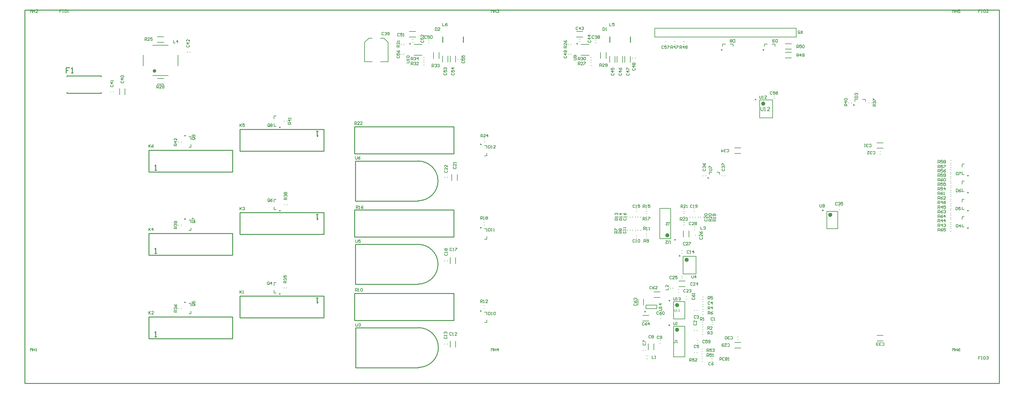
<source format=gto>
G04 Layer_Color=65535*
%FSLAX43Y43*%
%MOMM*%
G71*
G01*
G75*
%ADD29C,0.200*%
%ADD30C,0.150*%
%ADD31C,0.500*%
%ADD32C,0.250*%
%ADD37C,0.254*%
%ADD38C,0.178*%
%ADD39C,0.100*%
%ADD72C,0.600*%
D29*
X36750Y97350D02*
X41250D01*
X36750Y88650D02*
X41250D01*
X44000Y91450D02*
Y94550D01*
X34000Y91450D02*
Y94550D01*
X189150Y31450D02*
Y36550D01*
X192850Y31450D02*
Y36550D01*
X189150D02*
X192850D01*
X189150Y31450D02*
X192850D01*
X178450Y21500D02*
Y22500D01*
X181550Y21500D02*
Y22500D01*
X178450Y21500D02*
X181550D01*
X178450Y22500D02*
X181550D01*
X132100Y68500D02*
X132700D01*
Y67700D02*
Y68500D01*
X132100Y65500D02*
X132700D01*
Y66300D01*
X230400Y44500D02*
X233600D01*
X230400Y49500D02*
X233600D01*
Y44500D02*
Y49500D01*
X230400Y44500D02*
Y49500D01*
X211150Y76450D02*
X214850D01*
X211150Y81550D02*
X214850D01*
Y76450D02*
Y81550D01*
X211150Y76450D02*
Y81550D01*
X97600Y92600D02*
Y98150D01*
Y92600D02*
X99800D01*
X102200D02*
X104400D01*
Y98150D01*
X98850Y99400D02*
X99800D01*
X97600Y98150D02*
X98850Y99400D01*
X103150D02*
X104400Y98150D01*
X102200Y99400D02*
X103150D01*
X180980Y99730D02*
Y102270D01*
Y99730D02*
X221620D01*
Y102270D01*
X180980D02*
X221620D01*
X182400Y50375D02*
X185600D01*
X182400Y41625D02*
X185600D01*
X182400D02*
Y50375D01*
X185600Y41625D02*
Y50375D01*
X186400Y18500D02*
X189600D01*
X186400Y23500D02*
X189600D01*
Y18500D02*
Y23500D01*
X186400Y18500D02*
Y23500D01*
X177500Y19500D02*
X179300D01*
X177500Y17900D02*
X179300D01*
X218500Y97800D02*
X220300D01*
X218500Y96200D02*
X220300D01*
X111850Y97550D02*
X114150D01*
X111850Y94450D02*
X114150D01*
X180700Y9600D02*
Y11400D01*
X179100Y9600D02*
Y11400D01*
X122200Y10400D02*
Y12200D01*
X123800Y10400D02*
Y12200D01*
X122200Y34400D02*
Y36200D01*
X123800Y34400D02*
Y36200D01*
X122700Y58400D02*
Y60200D01*
X124300Y58400D02*
Y60200D01*
X187900Y27800D02*
X189700D01*
X187900Y29400D02*
X189700D01*
X189200Y42100D02*
Y43900D01*
X190800Y42100D02*
Y43900D01*
X203930Y11770D02*
X205730D01*
X203930Y10170D02*
X205730D01*
X244830Y67670D02*
X246630D01*
X244830Y69270D02*
X246630D01*
X244830Y13770D02*
X246630D01*
X244830Y12170D02*
X246630D01*
X203930Y66170D02*
X205730D01*
X203930Y67770D02*
X205730D01*
X27200Y83100D02*
Y84900D01*
X28800Y83100D02*
Y84900D01*
X158500Y99700D02*
X160300D01*
X158500Y101300D02*
X160300D01*
X168000Y92400D02*
Y94200D01*
X169600Y92400D02*
Y94200D01*
X170200Y92400D02*
Y94200D01*
X171800Y92400D02*
Y94200D01*
X172400Y92400D02*
Y94200D01*
X174000Y92400D02*
Y94200D01*
X110500Y99700D02*
X112300D01*
X110500Y101300D02*
X112300D01*
X120000Y92500D02*
Y94300D01*
X121600Y92500D02*
Y94300D01*
X122200Y92500D02*
Y94300D01*
X123800Y92500D02*
Y94300D01*
X238500Y81200D02*
Y81800D01*
X239300D01*
X241500Y81200D02*
Y81800D01*
X240700D02*
X241500D01*
X269300Y45000D02*
X269900D01*
X269300D02*
Y45800D01*
Y48000D02*
X269900D01*
X269300Y47200D02*
Y48000D01*
Y50000D02*
X269900D01*
X269300D02*
Y50800D01*
Y53000D02*
X269900D01*
X269300Y52200D02*
Y53000D01*
Y55200D02*
X269900D01*
X269300D02*
Y56000D01*
Y58200D02*
X269900D01*
X269300Y57400D02*
Y58200D01*
Y60100D02*
X269900D01*
X269300D02*
Y60900D01*
Y63100D02*
X269900D01*
X269300Y62300D02*
Y63100D01*
X200500Y97100D02*
Y97700D01*
X201300D01*
X203500Y97100D02*
Y97700D01*
X202700D02*
X203500D01*
X212500Y97100D02*
Y97700D01*
X213300D01*
X215500Y97100D02*
Y97700D01*
X214700D02*
X215500D01*
X71600Y26000D02*
X72200D01*
X71600D02*
Y26800D01*
Y29000D02*
X72200D01*
X71600Y28200D02*
Y29000D01*
X47100Y23000D02*
X47700D01*
Y22200D02*
Y23000D01*
X47100Y20000D02*
X47700D01*
Y20800D01*
X71600Y50000D02*
X72200D01*
X71600D02*
Y50800D01*
Y53000D02*
X72200D01*
X71600Y52200D02*
Y53000D01*
X47100Y47000D02*
X47700D01*
Y46200D02*
Y47000D01*
X47100Y44000D02*
X47700D01*
Y44800D01*
X71600Y74000D02*
X72200D01*
X71600D02*
Y74800D01*
Y77000D02*
X72200D01*
X71600Y76200D02*
Y77000D01*
X47100Y71000D02*
X47700D01*
Y70200D02*
Y71000D01*
X47100Y68000D02*
X47700D01*
Y68800D01*
X38100Y99800D02*
X39900D01*
X38100Y98200D02*
X39900D01*
X38100Y87800D02*
X39900D01*
X38100Y86200D02*
X39900D01*
X165400Y93500D02*
Y95300D01*
X167000Y93500D02*
Y95300D01*
X117400Y93500D02*
Y95300D01*
X119000Y93500D02*
Y95300D01*
X218500Y95300D02*
X220300D01*
X218500Y93700D02*
X220300D01*
X186400Y7625D02*
X189600D01*
X186400Y16375D02*
X189600D01*
Y7625D02*
Y16375D01*
X186400Y7625D02*
Y16375D01*
X196630Y60170D02*
Y60770D01*
X197430D01*
X199630Y60170D02*
Y60770D01*
X198830D02*
X199630D01*
X159850Y97550D02*
X162150D01*
X159850Y94450D02*
X162150D01*
X180700Y24700D02*
X182500D01*
X180700Y26300D02*
X182500D01*
X176200Y22500D02*
Y24300D01*
X177800Y22500D02*
Y24300D01*
X132100Y20500D02*
X132700D01*
Y19700D02*
Y20500D01*
X132100Y17500D02*
X132700D01*
Y18300D01*
X132100Y44500D02*
X132700D01*
Y43700D02*
Y44500D01*
X132100Y41500D02*
X132700D01*
Y42300D01*
D30*
X42700Y98800D02*
Y98000D01*
X43233D01*
X43900D02*
Y98800D01*
X43500Y98400D01*
X44033D01*
X191600Y31050D02*
Y30383D01*
X191733Y30250D01*
X192000D01*
X192133Y30383D01*
Y31050D01*
X192800Y30250D02*
Y31050D01*
X192400Y30650D01*
X192933D01*
X120016Y103714D02*
Y102915D01*
X120550D01*
X121349Y103714D02*
X121083Y103581D01*
X120816Y103314D01*
Y103048D01*
X120949Y102915D01*
X121216D01*
X121349Y103048D01*
Y103181D01*
X121216Y103314D01*
X120816D01*
X182200Y21000D02*
X182867D01*
X183000Y21133D01*
Y21400D01*
X182867Y21533D01*
X182200D01*
X183000Y21800D02*
Y22066D01*
Y21933D01*
X182200D01*
X182334Y21800D01*
X183000Y22866D02*
X182200D01*
X182600Y22466D01*
Y22999D01*
X133200Y68500D02*
Y67700D01*
X133600D01*
X133733Y67833D01*
Y68366D01*
X133600Y68500D01*
X133200D01*
X134000Y67700D02*
X134266D01*
X134133D01*
Y68500D01*
X134000Y68366D01*
X135199Y67700D02*
X134666D01*
X135199Y68233D01*
Y68366D01*
X135066Y68500D01*
X134799D01*
X134666Y68366D01*
X228421Y51493D02*
Y50827D01*
X228554Y50694D01*
X228821D01*
X228954Y50827D01*
Y51493D01*
X229221Y51360D02*
X229354Y51493D01*
X229620D01*
X229754Y51360D01*
Y51227D01*
X229620Y51093D01*
X229754Y50960D01*
Y50827D01*
X229620Y50694D01*
X229354D01*
X229221Y50827D01*
Y50960D01*
X229354Y51093D01*
X229221Y51227D01*
Y51360D01*
X229354Y51093D02*
X229620D01*
X117900Y102400D02*
Y101600D01*
X118300D01*
X118433Y101733D01*
Y102266D01*
X118300Y102400D01*
X117900D01*
X119233Y101600D02*
X118700D01*
X119233Y102133D01*
Y102266D01*
X119100Y102400D01*
X118833D01*
X118700Y102266D01*
X262400Y43800D02*
Y44600D01*
X262800D01*
X262933Y44466D01*
Y44200D01*
X262800Y44067D01*
X262400D01*
X262667D02*
X262933Y43800D01*
X263733Y44600D02*
X263466Y44466D01*
X263200Y44200D01*
Y43933D01*
X263333Y43800D01*
X263600D01*
X263733Y43933D01*
Y44067D01*
X263600Y44200D01*
X263200D01*
X264533Y44600D02*
X263999D01*
Y44200D01*
X264266Y44333D01*
X264399D01*
X264533Y44200D01*
Y43933D01*
X264399Y43800D01*
X264133D01*
X263999Y43933D01*
X211100Y82800D02*
Y82133D01*
X211233Y82000D01*
X211500D01*
X211633Y82133D01*
Y82800D01*
X211900Y82000D02*
X212166D01*
X212033D01*
Y82800D01*
X211900Y82666D01*
X213099Y82000D02*
X212566D01*
X213099Y82533D01*
Y82666D01*
X212966Y82800D01*
X212699D01*
X212566Y82666D01*
X94800Y74500D02*
Y75300D01*
X95200D01*
X95333Y75166D01*
Y74900D01*
X95200Y74767D01*
X94800D01*
X95067D02*
X95333Y74500D01*
X96133D02*
X95600D01*
X96133Y75033D01*
Y75166D01*
X96000Y75300D01*
X95733D01*
X95600Y75166D01*
X96933Y74500D02*
X96399D01*
X96933Y75033D01*
Y75166D01*
X96799Y75300D01*
X96533D01*
X96399Y75166D01*
X194200Y45100D02*
Y44300D01*
X194733D01*
X195000Y44966D02*
X195133Y45100D01*
X195400D01*
X195533Y44966D01*
Y44833D01*
X195400Y44700D01*
X195266D01*
X195400D01*
X195533Y44567D01*
Y44433D01*
X195400Y44300D01*
X195133D01*
X195000Y44433D01*
X103133Y100966D02*
X103000Y101100D01*
X102733D01*
X102600Y100966D01*
Y100433D01*
X102733Y100300D01*
X103000D01*
X103133Y100433D01*
X103400Y100966D02*
X103533Y101100D01*
X103800D01*
X103933Y100966D01*
Y100833D01*
X103800Y100700D01*
X103666D01*
X103800D01*
X103933Y100567D01*
Y100433D01*
X103800Y100300D01*
X103533D01*
X103400Y100433D01*
X104199D02*
X104333Y100300D01*
X104599D01*
X104733Y100433D01*
Y100966D01*
X104599Y101100D01*
X104333D01*
X104199Y100966D01*
Y100833D01*
X104333Y100700D01*
X104733D01*
X223500Y100700D02*
X222967Y101500D01*
Y100700D02*
X223500Y101500D01*
X222167Y100700D02*
X222700D01*
Y101100D01*
X222434Y100967D01*
X222300D01*
X222167Y101100D01*
Y101367D01*
X222300Y101500D01*
X222567D01*
X222700Y101367D01*
X274560Y7677D02*
X274027D01*
Y7277D01*
X274293D01*
X274027D01*
Y6877D01*
X274826Y7677D02*
X275093D01*
X274960D01*
Y6877D01*
X274826D01*
X275093D01*
X275493Y7677D02*
Y6877D01*
X275893D01*
X276026Y7010D01*
Y7543D01*
X275893Y7677D01*
X275493D01*
X276293Y7543D02*
X276426Y7677D01*
X276692D01*
X276826Y7543D01*
Y7410D01*
X276692Y7277D01*
X276559D01*
X276692D01*
X276826Y7144D01*
Y7010D01*
X276692Y6877D01*
X276426D01*
X276293Y7010D01*
X185500Y40200D02*
Y40867D01*
X185367Y41000D01*
X185100D01*
X184967Y40867D01*
Y40200D01*
X184167Y41000D02*
X184700D01*
X184167Y40467D01*
Y40334D01*
X184300Y40200D01*
X184567D01*
X184700Y40334D01*
X186400Y24700D02*
Y24033D01*
X186533Y23900D01*
X186800D01*
X186933Y24033D01*
Y24700D01*
X187200Y23900D02*
X187466D01*
X187333D01*
Y24700D01*
X187200Y24566D01*
X187866D02*
X187999Y24700D01*
X188266D01*
X188399Y24566D01*
Y24433D01*
X188266Y24300D01*
X188133D01*
X188266D01*
X188399Y24167D01*
Y24033D01*
X188266Y23900D01*
X187999D01*
X187866Y24033D01*
X177933Y17366D02*
X177800Y17500D01*
X177533D01*
X177400Y17366D01*
Y16833D01*
X177533Y16700D01*
X177800D01*
X177933Y16833D01*
X178733Y17500D02*
X178466Y17366D01*
X178200Y17100D01*
Y16833D01*
X178333Y16700D01*
X178600D01*
X178733Y16833D01*
Y16967D01*
X178600Y17100D01*
X178200D01*
X179399Y16700D02*
Y17500D01*
X178999Y17100D01*
X179533D01*
X191834Y24633D02*
X191700Y24500D01*
Y24233D01*
X191834Y24100D01*
X192367D01*
X192500Y24233D01*
Y24500D01*
X192367Y24633D01*
X191700Y25433D02*
X191834Y25166D01*
X192100Y24900D01*
X192367D01*
X192500Y25033D01*
Y25300D01*
X192367Y25433D01*
X192233D01*
X192100Y25300D01*
Y24900D01*
X192500Y25699D02*
Y25966D01*
Y25833D01*
X191700D01*
X191834Y25699D01*
X95000Y65300D02*
Y64633D01*
X95133Y64500D01*
X95400D01*
X95533Y64633D01*
Y65300D01*
X96333D02*
X96066Y65166D01*
X95800Y64900D01*
Y64633D01*
X95933Y64500D01*
X96200D01*
X96333Y64633D01*
Y64767D01*
X96200Y64900D01*
X95800D01*
X134047Y9264D02*
Y10063D01*
X134314Y9797D01*
X134580Y10063D01*
Y9264D01*
X134847Y10063D02*
Y9264D01*
Y9663D01*
X135380D01*
Y10063D01*
Y9264D01*
X136047D02*
Y10063D01*
X135647Y9663D01*
X136180D01*
X221800Y96600D02*
Y97400D01*
X222200D01*
X222333Y97266D01*
Y97000D01*
X222200Y96867D01*
X221800D01*
X222067D02*
X222333Y96600D01*
X223133Y97400D02*
X222600D01*
Y97000D01*
X222866Y97133D01*
X223000D01*
X223133Y97000D01*
Y96733D01*
X223000Y96600D01*
X222733D01*
X222600Y96733D01*
X223399Y97266D02*
X223533Y97400D01*
X223799D01*
X223933Y97266D01*
Y96733D01*
X223799Y96600D01*
X223533D01*
X223399Y96733D01*
Y97266D01*
X109700Y92300D02*
X110367D01*
X110500Y92433D01*
Y92700D01*
X110367Y92833D01*
X109700D01*
X110500Y93100D02*
Y93366D01*
Y93233D01*
X109700D01*
X109834Y93100D01*
Y93766D02*
X109700Y93899D01*
Y94166D01*
X109834Y94299D01*
X110367D01*
X110500Y94166D01*
Y93899D01*
X110367Y93766D01*
X109834D01*
X35623Y68721D02*
Y67921D01*
Y68188D01*
X36156Y68721D01*
X35756Y68321D01*
X36156Y67921D01*
X36956Y68721D02*
X36689Y68588D01*
X36423Y68321D01*
Y68055D01*
X36556Y67921D01*
X36822D01*
X36956Y68055D01*
Y68188D01*
X36822Y68321D01*
X36423D01*
X266559Y9264D02*
Y10063D01*
X266826Y9797D01*
X267092Y10063D01*
Y9264D01*
X267359Y10063D02*
Y9264D01*
Y9663D01*
X267892D01*
Y10063D01*
Y9264D01*
X268692Y10063D02*
X268425Y9930D01*
X268158Y9663D01*
Y9397D01*
X268292Y9264D01*
X268558D01*
X268692Y9397D01*
Y9530D01*
X268558Y9663D01*
X268158D01*
X266559Y106749D02*
Y107549D01*
X266826Y107282D01*
X267092Y107549D01*
Y106749D01*
X267359Y107549D02*
Y106749D01*
Y107149D01*
X267892D01*
Y107549D01*
Y106749D01*
X268692Y107549D02*
X268158D01*
Y107149D01*
X268425Y107282D01*
X268558D01*
X268692Y107149D01*
Y106882D01*
X268558Y106749D01*
X268292D01*
X268158Y106882D01*
X197733Y18766D02*
X197600Y18900D01*
X197333D01*
X197200Y18766D01*
Y18233D01*
X197333Y18100D01*
X197600D01*
X197733Y18233D01*
X198000Y18100D02*
X198266D01*
X198133D01*
Y18900D01*
X198000Y18766D01*
X192334Y17233D02*
X192200Y17100D01*
Y16833D01*
X192334Y16700D01*
X192867D01*
X193000Y16833D01*
Y17100D01*
X192867Y17233D01*
X193000Y18033D02*
Y17500D01*
X192467Y18033D01*
X192334D01*
X192200Y17900D01*
Y17633D01*
X192334Y17500D01*
X192833Y19366D02*
X192700Y19500D01*
X192433D01*
X192300Y19366D01*
Y18833D01*
X192433Y18700D01*
X192700D01*
X192833Y18833D01*
X193100Y19366D02*
X193233Y19500D01*
X193500D01*
X193633Y19366D01*
Y19233D01*
X193500Y19100D01*
X193366D01*
X193500D01*
X193633Y18967D01*
Y18833D01*
X193500Y18700D01*
X193233D01*
X193100Y18833D01*
X196833Y23366D02*
X196700Y23500D01*
X196433D01*
X196300Y23366D01*
Y22833D01*
X196433Y22700D01*
X196700D01*
X196833Y22833D01*
X197500Y22700D02*
Y23500D01*
X197100Y23100D01*
X197633D01*
X192833Y10866D02*
X192700Y11000D01*
X192433D01*
X192300Y10866D01*
Y10333D01*
X192433Y10200D01*
X192700D01*
X192833Y10333D01*
X193633Y11000D02*
X193100D01*
Y10600D01*
X193366Y10733D01*
X193500D01*
X193633Y10600D01*
Y10333D01*
X193500Y10200D01*
X193233D01*
X193100Y10333D01*
X197033Y5866D02*
X196900Y6000D01*
X196633D01*
X196500Y5866D01*
Y5333D01*
X196633Y5200D01*
X196900D01*
X197033Y5333D01*
X197833Y6000D02*
X197566Y5866D01*
X197300Y5600D01*
Y5333D01*
X197433Y5200D01*
X197700D01*
X197833Y5333D01*
Y5467D01*
X197700Y5600D01*
X197300D01*
X177734Y11533D02*
X177600Y11400D01*
Y11133D01*
X177734Y11000D01*
X178267D01*
X178400Y11133D01*
Y11400D01*
X178267Y11533D01*
X177600Y11800D02*
Y12333D01*
X177734D01*
X178267Y11800D01*
X178400D01*
X179833Y13666D02*
X179700Y13800D01*
X179433D01*
X179300Y13666D01*
Y13133D01*
X179433Y13000D01*
X179700D01*
X179833Y13133D01*
X180100Y13666D02*
X180233Y13800D01*
X180500D01*
X180633Y13666D01*
Y13533D01*
X180500Y13400D01*
X180633Y13267D01*
Y13133D01*
X180500Y13000D01*
X180233D01*
X180100Y13133D01*
Y13267D01*
X180233Y13400D01*
X180100Y13533D01*
Y13666D01*
X180233Y13400D02*
X180500D01*
X182233Y13466D02*
X182100Y13600D01*
X181833D01*
X181700Y13466D01*
Y12933D01*
X181833Y12800D01*
X182100D01*
X182233Y12933D01*
X182500D02*
X182633Y12800D01*
X182900D01*
X183033Y12933D01*
Y13466D01*
X182900Y13600D01*
X182633D01*
X182500Y13466D01*
Y13333D01*
X182633Y13200D01*
X183033D01*
X175233Y41266D02*
X175100Y41400D01*
X174833D01*
X174700Y41266D01*
Y40733D01*
X174833Y40600D01*
X175100D01*
X175233Y40733D01*
X175500Y40600D02*
X175766D01*
X175633D01*
Y41400D01*
X175500Y41266D01*
X176166D02*
X176299Y41400D01*
X176566D01*
X176699Y41266D01*
Y40733D01*
X176566Y40600D01*
X176299D01*
X176166Y40733D01*
Y41266D01*
X172034Y43733D02*
X171900Y43600D01*
Y43333D01*
X172034Y43200D01*
X172567D01*
X172700Y43333D01*
Y43600D01*
X172567Y43733D01*
X172700Y44000D02*
Y44266D01*
Y44133D01*
X171900D01*
X172034Y44000D01*
X172700Y44666D02*
Y44933D01*
Y44799D01*
X171900D01*
X172034Y44666D01*
X122633Y14466D02*
X122500Y14600D01*
X122233D01*
X122100Y14466D01*
Y13933D01*
X122233Y13800D01*
X122500D01*
X122633Y13933D01*
X122900Y13800D02*
X123166D01*
X123033D01*
Y14600D01*
X122900Y14466D01*
X124099Y13800D02*
X123566D01*
X124099Y14333D01*
Y14466D01*
X123966Y14600D01*
X123699D01*
X123566Y14466D01*
X120634Y13333D02*
X120500Y13200D01*
Y12933D01*
X120634Y12800D01*
X121167D01*
X121300Y12933D01*
Y13200D01*
X121167Y13333D01*
X121300Y13600D02*
Y13866D01*
Y13733D01*
X120500D01*
X120634Y13600D01*
Y14266D02*
X120500Y14399D01*
Y14666D01*
X120634Y14799D01*
X120767D01*
X120900Y14666D01*
Y14533D01*
Y14666D01*
X121033Y14799D01*
X121167D01*
X121300Y14666D01*
Y14399D01*
X121167Y14266D01*
X190833Y38066D02*
X190700Y38200D01*
X190433D01*
X190300Y38066D01*
Y37533D01*
X190433Y37400D01*
X190700D01*
X190833Y37533D01*
X191100Y37400D02*
X191366D01*
X191233D01*
Y38200D01*
X191100Y38066D01*
X192166Y37400D02*
Y38200D01*
X191766Y37800D01*
X192299D01*
X175233Y51266D02*
X175100Y51400D01*
X174833D01*
X174700Y51266D01*
Y50733D01*
X174833Y50600D01*
X175100D01*
X175233Y50733D01*
X175500Y50600D02*
X175766D01*
X175633D01*
Y51400D01*
X175500Y51266D01*
X176699Y51400D02*
X176166D01*
Y51000D01*
X176433Y51133D01*
X176566D01*
X176699Y51000D01*
Y50733D01*
X176566Y50600D01*
X176299D01*
X176166Y50733D01*
X172134Y47533D02*
X172000Y47400D01*
Y47133D01*
X172134Y47000D01*
X172667D01*
X172800Y47133D01*
Y47400D01*
X172667Y47533D01*
X172800Y47800D02*
Y48066D01*
Y47933D01*
X172000D01*
X172134Y47800D01*
X172000Y48999D02*
X172134Y48733D01*
X172400Y48466D01*
X172667D01*
X172800Y48599D01*
Y48866D01*
X172667Y48999D01*
X172533D01*
X172400Y48866D01*
Y48466D01*
X122726Y38819D02*
X122592Y38953D01*
X122326D01*
X122193Y38819D01*
Y38286D01*
X122326Y38153D01*
X122592D01*
X122726Y38286D01*
X122992Y38153D02*
X123259D01*
X123126D01*
Y38953D01*
X122992Y38819D01*
X123659Y38953D02*
X124192D01*
Y38819D01*
X123659Y38286D01*
Y38153D01*
X120734Y37333D02*
X120600Y37200D01*
Y36933D01*
X120734Y36800D01*
X121267D01*
X121400Y36933D01*
Y37200D01*
X121267Y37333D01*
X121400Y37600D02*
Y37866D01*
Y37733D01*
X120600D01*
X120734Y37600D01*
Y38266D02*
X120600Y38399D01*
Y38666D01*
X120734Y38799D01*
X120867D01*
X121000Y38666D01*
X121133Y38799D01*
X121267D01*
X121400Y38666D01*
Y38399D01*
X121267Y38266D01*
X121133D01*
X121000Y38399D01*
X120867Y38266D01*
X120734D01*
X121000Y38399D02*
Y38666D01*
X191733Y51266D02*
X191600Y51400D01*
X191333D01*
X191200Y51266D01*
Y50733D01*
X191333Y50600D01*
X191600D01*
X191733Y50733D01*
X192000Y50600D02*
X192266D01*
X192133D01*
Y51400D01*
X192000Y51266D01*
X192666Y50733D02*
X192799Y50600D01*
X193066D01*
X193199Y50733D01*
Y51266D01*
X193066Y51400D01*
X192799D01*
X192666Y51266D01*
Y51133D01*
X192799Y51000D01*
X193199D01*
X195434Y47233D02*
X195300Y47100D01*
Y46833D01*
X195434Y46700D01*
X195967D01*
X196100Y46833D01*
Y47100D01*
X195967Y47233D01*
X196100Y48033D02*
Y47500D01*
X195567Y48033D01*
X195434D01*
X195300Y47900D01*
Y47633D01*
X195434Y47500D01*
Y48299D02*
X195300Y48433D01*
Y48699D01*
X195434Y48833D01*
X195967D01*
X196100Y48699D01*
Y48433D01*
X195967Y48299D01*
X195434D01*
X123234Y62333D02*
X123100Y62200D01*
Y61933D01*
X123234Y61800D01*
X123767D01*
X123900Y61933D01*
Y62200D01*
X123767Y62333D01*
X123900Y63133D02*
Y62600D01*
X123367Y63133D01*
X123234D01*
X123100Y63000D01*
Y62733D01*
X123234Y62600D01*
X123900Y63399D02*
Y63666D01*
Y63533D01*
X123100D01*
X123234Y63399D01*
X120734Y61233D02*
X120600Y61100D01*
Y60833D01*
X120734Y60700D01*
X121267D01*
X121400Y60833D01*
Y61100D01*
X121267Y61233D01*
X121400Y62033D02*
Y61500D01*
X120867Y62033D01*
X120734D01*
X120600Y61900D01*
Y61633D01*
X120734Y61500D01*
X121400Y62833D02*
Y62299D01*
X120867Y62833D01*
X120734D01*
X120600Y62699D01*
Y62433D01*
X120734Y62299D01*
X189833Y26866D02*
X189700Y27000D01*
X189433D01*
X189300Y26866D01*
Y26333D01*
X189433Y26200D01*
X189700D01*
X189833Y26333D01*
X190633Y26200D02*
X190100D01*
X190633Y26733D01*
Y26866D01*
X190500Y27000D01*
X190233D01*
X190100Y26866D01*
X190899D02*
X191033Y27000D01*
X191299D01*
X191433Y26866D01*
Y26733D01*
X191299Y26600D01*
X191166D01*
X191299D01*
X191433Y26467D01*
Y26333D01*
X191299Y26200D01*
X191033D01*
X190899Y26333D01*
X191833Y28866D02*
X191700Y29000D01*
X191433D01*
X191300Y28866D01*
Y28333D01*
X191433Y28200D01*
X191700D01*
X191833Y28333D01*
X192633Y28200D02*
X192100D01*
X192633Y28733D01*
Y28866D01*
X192500Y29000D01*
X192233D01*
X192100Y28866D01*
X193299Y28200D02*
Y29000D01*
X192899Y28600D01*
X193433D01*
X185833Y30716D02*
X185700Y30850D01*
X185433D01*
X185300Y30716D01*
Y30183D01*
X185433Y30050D01*
X185700D01*
X185833Y30183D01*
X186633Y30050D02*
X186100D01*
X186633Y30583D01*
Y30716D01*
X186500Y30850D01*
X186233D01*
X186100Y30716D01*
X187433Y30850D02*
X186899D01*
Y30450D01*
X187166Y30583D01*
X187299D01*
X187433Y30450D01*
Y30183D01*
X187299Y30050D01*
X187033D01*
X186899Y30183D01*
X194034Y42033D02*
X193900Y41900D01*
Y41633D01*
X194034Y41500D01*
X194567D01*
X194700Y41633D01*
Y41900D01*
X194567Y42033D01*
X194700Y42833D02*
Y42300D01*
X194167Y42833D01*
X194034D01*
X193900Y42700D01*
Y42433D01*
X194034Y42300D01*
X193900Y43633D02*
X194034Y43366D01*
X194300Y43099D01*
X194567D01*
X194700Y43233D01*
Y43499D01*
X194567Y43633D01*
X194433D01*
X194300Y43499D01*
Y43099D01*
X189733Y40466D02*
X189600Y40600D01*
X189333D01*
X189200Y40466D01*
Y39933D01*
X189333Y39800D01*
X189600D01*
X189733Y39933D01*
X190533Y39800D02*
X190000D01*
X190533Y40333D01*
Y40466D01*
X190400Y40600D01*
X190133D01*
X190000Y40466D01*
X190799Y40600D02*
X191333D01*
Y40466D01*
X190799Y39933D01*
Y39800D01*
X191433Y46266D02*
X191300Y46400D01*
X191033D01*
X190900Y46266D01*
Y45733D01*
X191033Y45600D01*
X191300D01*
X191433Y45733D01*
X192233Y45600D02*
X191700D01*
X192233Y46133D01*
Y46266D01*
X192100Y46400D01*
X191833D01*
X191700Y46266D01*
X192499D02*
X192633Y46400D01*
X192899D01*
X193033Y46266D01*
Y46133D01*
X192899Y46000D01*
X193033Y45867D01*
Y45733D01*
X192899Y45600D01*
X192633D01*
X192499Y45733D01*
Y45867D01*
X192633Y46000D01*
X192499Y46133D01*
Y46266D01*
X192633Y46000D02*
X192899D01*
X201897Y10704D02*
X202030Y10570D01*
X202297D01*
X202430Y10704D01*
Y11237D01*
X202297Y11370D01*
X202030D01*
X201897Y11237D01*
X201097Y11370D02*
X201630D01*
X201097Y10837D01*
Y10704D01*
X201230Y10570D01*
X201497D01*
X201630Y10704D01*
X200831Y11237D02*
X200697Y11370D01*
X200431D01*
X200297Y11237D01*
Y10704D01*
X200431Y10570D01*
X200697D01*
X200831Y10704D01*
Y10837D01*
X200697Y10970D01*
X200297D01*
X202797Y12804D02*
X202930Y12670D01*
X203197D01*
X203330Y12804D01*
Y13337D01*
X203197Y13470D01*
X202930D01*
X202797Y13337D01*
X202530Y12804D02*
X202397Y12670D01*
X202130D01*
X201997Y12804D01*
Y12937D01*
X202130Y13070D01*
X202264D01*
X202130D01*
X201997Y13203D01*
Y13337D01*
X202130Y13470D01*
X202397D01*
X202530Y13337D01*
X201731Y12804D02*
X201597Y12670D01*
X201331D01*
X201197Y12804D01*
Y13337D01*
X201331Y13470D01*
X201597D01*
X201731Y13337D01*
Y12804D01*
X242597Y68204D02*
X242730Y68070D01*
X242997D01*
X243130Y68204D01*
Y68737D01*
X242997Y68870D01*
X242730D01*
X242597Y68737D01*
X242330Y68204D02*
X242197Y68070D01*
X241930D01*
X241797Y68204D01*
Y68337D01*
X241930Y68470D01*
X242064D01*
X241930D01*
X241797Y68603D01*
Y68737D01*
X241930Y68870D01*
X242197D01*
X242330Y68737D01*
X241531Y68870D02*
X241264D01*
X241397D01*
Y68070D01*
X241531Y68204D01*
X243697Y66104D02*
X243830Y65970D01*
X244097D01*
X244230Y66104D01*
Y66637D01*
X244097Y66770D01*
X243830D01*
X243697Y66637D01*
X243430Y66104D02*
X243297Y65970D01*
X243030D01*
X242897Y66104D01*
Y66237D01*
X243030Y66370D01*
X243164D01*
X243030D01*
X242897Y66503D01*
Y66637D01*
X243030Y66770D01*
X243297D01*
X243430Y66637D01*
X242097Y66770D02*
X242631D01*
X242097Y66237D01*
Y66104D01*
X242231Y65970D01*
X242497D01*
X242631Y66104D01*
X246297Y11004D02*
X246430Y10870D01*
X246697D01*
X246830Y11004D01*
Y11537D01*
X246697Y11670D01*
X246430D01*
X246297Y11537D01*
X246030Y11004D02*
X245897Y10870D01*
X245630D01*
X245497Y11004D01*
Y11137D01*
X245630Y11270D01*
X245764D01*
X245630D01*
X245497Y11403D01*
Y11537D01*
X245630Y11670D01*
X245897D01*
X246030Y11537D01*
X245231Y11004D02*
X245097Y10870D01*
X244831D01*
X244697Y11004D01*
Y11137D01*
X244831Y11270D01*
X244964D01*
X244831D01*
X244697Y11403D01*
Y11537D01*
X244831Y11670D01*
X245097D01*
X245231Y11537D01*
X201697Y66704D02*
X201830Y66570D01*
X202097D01*
X202230Y66704D01*
Y67237D01*
X202097Y67370D01*
X201830D01*
X201697Y67237D01*
X201430Y66704D02*
X201297Y66570D01*
X201030D01*
X200897Y66704D01*
Y66837D01*
X201030Y66970D01*
X201164D01*
X201030D01*
X200897Y67103D01*
Y67237D01*
X201030Y67370D01*
X201297D01*
X201430Y67237D01*
X200231Y67370D02*
Y66570D01*
X200631Y66970D01*
X200097D01*
X233433Y51966D02*
X233300Y52100D01*
X233033D01*
X232900Y51966D01*
Y51433D01*
X233033Y51300D01*
X233300D01*
X233433Y51433D01*
X233700Y51966D02*
X233833Y52100D01*
X234100D01*
X234233Y51966D01*
Y51833D01*
X234100Y51700D01*
X233966D01*
X234100D01*
X234233Y51567D01*
Y51433D01*
X234100Y51300D01*
X233833D01*
X233700Y51433D01*
X235033Y52100D02*
X234499D01*
Y51700D01*
X234766Y51833D01*
X234899D01*
X235033Y51700D01*
Y51433D01*
X234899Y51300D01*
X234633D01*
X234499Y51433D01*
X194934Y61733D02*
X194800Y61600D01*
Y61333D01*
X194934Y61200D01*
X195467D01*
X195600Y61333D01*
Y61600D01*
X195467Y61733D01*
X194934Y62000D02*
X194800Y62133D01*
Y62400D01*
X194934Y62533D01*
X195067D01*
X195200Y62400D01*
Y62266D01*
Y62400D01*
X195333Y62533D01*
X195467D01*
X195600Y62400D01*
Y62133D01*
X195467Y62000D01*
X194800Y63333D02*
X194934Y63066D01*
X195200Y62799D01*
X195467D01*
X195600Y62933D01*
Y63199D01*
X195467Y63333D01*
X195333D01*
X195200Y63199D01*
Y62799D01*
X200434Y61733D02*
X200300Y61600D01*
Y61333D01*
X200434Y61200D01*
X200967D01*
X201100Y61333D01*
Y61600D01*
X200967Y61733D01*
X200434Y62000D02*
X200300Y62133D01*
Y62400D01*
X200434Y62533D01*
X200567D01*
X200700Y62400D01*
Y62266D01*
Y62400D01*
X200833Y62533D01*
X200967D01*
X201100Y62400D01*
Y62133D01*
X200967Y62000D01*
X200300Y62799D02*
Y63333D01*
X200434D01*
X200967Y62799D01*
X201100D01*
X163533Y99966D02*
X163400Y100100D01*
X163133D01*
X163000Y99966D01*
Y99433D01*
X163133Y99300D01*
X163400D01*
X163533Y99433D01*
X163800Y99966D02*
X163933Y100100D01*
X164200D01*
X164333Y99966D01*
Y99833D01*
X164200Y99700D01*
X164066D01*
X164200D01*
X164333Y99567D01*
Y99433D01*
X164200Y99300D01*
X163933D01*
X163800Y99433D01*
X164599Y99966D02*
X164733Y100100D01*
X164999D01*
X165133Y99966D01*
Y99833D01*
X164999Y99700D01*
X165133Y99567D01*
Y99433D01*
X164999Y99300D01*
X164733D01*
X164599Y99433D01*
Y99567D01*
X164733Y99700D01*
X164599Y99833D01*
Y99966D01*
X164733Y99700D02*
X164999D01*
X27734Y87033D02*
X27600Y86900D01*
Y86633D01*
X27734Y86500D01*
X28267D01*
X28400Y86633D01*
Y86900D01*
X28267Y87033D01*
X28400Y87700D02*
X27600D01*
X28000Y87300D01*
Y87833D01*
X27734Y88099D02*
X27600Y88233D01*
Y88499D01*
X27734Y88633D01*
X28267D01*
X28400Y88499D01*
Y88233D01*
X28267Y88099D01*
X27734D01*
X24734Y85933D02*
X24600Y85800D01*
Y85533D01*
X24734Y85400D01*
X25267D01*
X25400Y85533D01*
Y85800D01*
X25267Y85933D01*
X25400Y86600D02*
X24600D01*
X25000Y86200D01*
Y86733D01*
X25400Y86999D02*
Y87266D01*
Y87133D01*
X24600D01*
X24734Y86999D01*
X46634Y97333D02*
X46500Y97200D01*
Y96933D01*
X46634Y96800D01*
X47167D01*
X47300Y96933D01*
Y97200D01*
X47167Y97333D01*
X47300Y98000D02*
X46500D01*
X46900Y97600D01*
Y98133D01*
X47300Y98933D02*
Y98400D01*
X46767Y98933D01*
X46634D01*
X46500Y98799D01*
Y98533D01*
X46634Y98400D01*
X158933Y102466D02*
X158800Y102600D01*
X158533D01*
X158400Y102466D01*
Y101933D01*
X158533Y101800D01*
X158800D01*
X158933Y101933D01*
X159600Y101800D02*
Y102600D01*
X159200Y102200D01*
X159733D01*
X159999Y102466D02*
X160133Y102600D01*
X160399D01*
X160533Y102466D01*
Y102333D01*
X160399Y102200D01*
X160266D01*
X160399D01*
X160533Y102067D01*
Y101933D01*
X160399Y101800D01*
X160133D01*
X159999Y101933D01*
X161934Y98733D02*
X161800Y98600D01*
Y98333D01*
X161934Y98200D01*
X162467D01*
X162600Y98333D01*
Y98600D01*
X162467Y98733D01*
X162600Y99400D02*
X161800D01*
X162200Y99000D01*
Y99533D01*
X162600Y100199D02*
X161800D01*
X162200Y99799D01*
Y100333D01*
X168634Y89233D02*
X168500Y89100D01*
Y88833D01*
X168634Y88700D01*
X169167D01*
X169300Y88833D01*
Y89100D01*
X169167Y89233D01*
X169300Y89900D02*
X168500D01*
X168900Y89500D01*
Y90033D01*
X168500Y90833D02*
Y90299D01*
X168900D01*
X168767Y90566D01*
Y90699D01*
X168900Y90833D01*
X169167D01*
X169300Y90699D01*
Y90433D01*
X169167Y90299D01*
X170834Y89233D02*
X170700Y89100D01*
Y88833D01*
X170834Y88700D01*
X171367D01*
X171500Y88833D01*
Y89100D01*
X171367Y89233D01*
X171500Y89900D02*
X170700D01*
X171100Y89500D01*
Y90033D01*
X170700Y90833D02*
X170834Y90566D01*
X171100Y90299D01*
X171367D01*
X171500Y90433D01*
Y90699D01*
X171367Y90833D01*
X171233D01*
X171100Y90699D01*
Y90299D01*
X173034Y89233D02*
X172900Y89100D01*
Y88833D01*
X173034Y88700D01*
X173567D01*
X173700Y88833D01*
Y89100D01*
X173567Y89233D01*
X173700Y89900D02*
X172900D01*
X173300Y89500D01*
Y90033D01*
X172900Y90299D02*
Y90833D01*
X173034D01*
X173567Y90299D01*
X173700D01*
X174734Y90633D02*
X174600Y90500D01*
Y90233D01*
X174734Y90100D01*
X175267D01*
X175400Y90233D01*
Y90500D01*
X175267Y90633D01*
X175400Y91300D02*
X174600D01*
X175000Y90900D01*
Y91433D01*
X174734Y91699D02*
X174600Y91833D01*
Y92099D01*
X174734Y92233D01*
X174867D01*
X175000Y92099D01*
X175133Y92233D01*
X175267D01*
X175400Y92099D01*
Y91833D01*
X175267Y91699D01*
X175133D01*
X175000Y91833D01*
X174867Y91699D01*
X174734D01*
X175000Y91833D02*
Y92099D01*
X155034Y94233D02*
X154900Y94100D01*
Y93833D01*
X155034Y93700D01*
X155567D01*
X155700Y93833D01*
Y94100D01*
X155567Y94233D01*
X155700Y94900D02*
X154900D01*
X155300Y94500D01*
Y95033D01*
X155567Y95299D02*
X155700Y95433D01*
Y95699D01*
X155567Y95833D01*
X155034D01*
X154900Y95699D01*
Y95433D01*
X155034Y95299D01*
X155167D01*
X155300Y95433D01*
Y95833D01*
X115433Y99966D02*
X115300Y100100D01*
X115033D01*
X114900Y99966D01*
Y99433D01*
X115033Y99300D01*
X115300D01*
X115433Y99433D01*
X116233Y100100D02*
X115700D01*
Y99700D01*
X115966Y99833D01*
X116100D01*
X116233Y99700D01*
Y99433D01*
X116100Y99300D01*
X115833D01*
X115700Y99433D01*
X116499Y99966D02*
X116633Y100100D01*
X116899D01*
X117033Y99966D01*
Y99433D01*
X116899Y99300D01*
X116633D01*
X116499Y99433D01*
Y99966D01*
X107633Y100666D02*
X107500Y100800D01*
X107233D01*
X107100Y100666D01*
Y100133D01*
X107233Y100000D01*
X107500D01*
X107633Y100133D01*
X108433Y100800D02*
X107900D01*
Y100400D01*
X108166Y100533D01*
X108300D01*
X108433Y100400D01*
Y100133D01*
X108300Y100000D01*
X108033D01*
X107900Y100133D01*
X108699Y100000D02*
X108966D01*
X108833D01*
Y100800D01*
X108699Y100666D01*
X113934Y98733D02*
X113800Y98600D01*
Y98333D01*
X113934Y98200D01*
X114467D01*
X114600Y98333D01*
Y98600D01*
X114467Y98733D01*
X113800Y99533D02*
Y99000D01*
X114200D01*
X114067Y99266D01*
Y99400D01*
X114200Y99533D01*
X114467D01*
X114600Y99400D01*
Y99133D01*
X114467Y99000D01*
X114600Y100333D02*
Y99799D01*
X114067Y100333D01*
X113934D01*
X113800Y100199D01*
Y99933D01*
X113934Y99799D01*
X120534Y89333D02*
X120400Y89200D01*
Y88933D01*
X120534Y88800D01*
X121067D01*
X121200Y88933D01*
Y89200D01*
X121067Y89333D01*
X120400Y90133D02*
Y89600D01*
X120800D01*
X120667Y89866D01*
Y90000D01*
X120800Y90133D01*
X121067D01*
X121200Y90000D01*
Y89733D01*
X121067Y89600D01*
X120534Y90399D02*
X120400Y90533D01*
Y90799D01*
X120534Y90933D01*
X120667D01*
X120800Y90799D01*
Y90666D01*
Y90799D01*
X120933Y90933D01*
X121067D01*
X121200Y90799D01*
Y90533D01*
X121067Y90399D01*
X122734Y89333D02*
X122600Y89200D01*
Y88933D01*
X122734Y88800D01*
X123267D01*
X123400Y88933D01*
Y89200D01*
X123267Y89333D01*
X122600Y90133D02*
Y89600D01*
X123000D01*
X122867Y89866D01*
Y90000D01*
X123000Y90133D01*
X123267D01*
X123400Y90000D01*
Y89733D01*
X123267Y89600D01*
X123400Y90799D02*
X122600D01*
X123000Y90399D01*
Y90933D01*
X125684Y92783D02*
X125550Y92650D01*
Y92383D01*
X125684Y92250D01*
X126217D01*
X126350Y92383D01*
Y92650D01*
X126217Y92783D01*
X125550Y93583D02*
Y93050D01*
X125950D01*
X125817Y93316D01*
Y93450D01*
X125950Y93583D01*
X126217D01*
X126350Y93450D01*
Y93183D01*
X126217Y93050D01*
X125550Y94383D02*
Y93849D01*
X125950D01*
X125817Y94116D01*
Y94249D01*
X125950Y94383D01*
X126217D01*
X126350Y94249D01*
Y93983D01*
X126217Y93849D01*
X107034Y94233D02*
X106900Y94100D01*
Y93833D01*
X107034Y93700D01*
X107567D01*
X107700Y93833D01*
Y94100D01*
X107567Y94233D01*
X106900Y95033D02*
Y94500D01*
X107300D01*
X107167Y94766D01*
Y94900D01*
X107300Y95033D01*
X107567D01*
X107700Y94900D01*
Y94633D01*
X107567Y94500D01*
X106900Y95833D02*
X107034Y95566D01*
X107300Y95299D01*
X107567D01*
X107700Y95433D01*
Y95699D01*
X107567Y95833D01*
X107433D01*
X107300Y95699D01*
Y95299D01*
X183533Y97066D02*
X183400Y97200D01*
X183133D01*
X183000Y97066D01*
Y96533D01*
X183133Y96400D01*
X183400D01*
X183533Y96533D01*
X184333Y97200D02*
X183800D01*
Y96800D01*
X184066Y96933D01*
X184200D01*
X184333Y96800D01*
Y96533D01*
X184200Y96400D01*
X183933D01*
X183800Y96533D01*
X184599Y97200D02*
X185133D01*
Y97066D01*
X184599Y96533D01*
Y96400D01*
X214733Y83866D02*
X214600Y84000D01*
X214333D01*
X214200Y83866D01*
Y83333D01*
X214333Y83200D01*
X214600D01*
X214733Y83333D01*
X215533Y84000D02*
X215000D01*
Y83600D01*
X215266Y83733D01*
X215400D01*
X215533Y83600D01*
Y83333D01*
X215400Y83200D01*
X215133D01*
X215000Y83333D01*
X215799Y83866D02*
X215933Y84000D01*
X216199D01*
X216333Y83866D01*
Y83733D01*
X216199Y83600D01*
X216333Y83467D01*
Y83333D01*
X216199Y83200D01*
X215933D01*
X215799Y83333D01*
Y83467D01*
X215933Y83600D01*
X215799Y83733D01*
Y83866D01*
X215933Y83600D02*
X216199D01*
X166100Y102400D02*
Y101600D01*
X166500D01*
X166633Y101733D01*
Y102266D01*
X166500Y102400D01*
X166100D01*
X166900Y101600D02*
X167166D01*
X167033D01*
Y102400D01*
X166900Y102266D01*
X238500Y82200D02*
X239300D01*
Y82600D01*
X239167Y82733D01*
X238634D01*
X238500Y82600D01*
Y82200D01*
X238634Y83000D02*
X238500Y83133D01*
Y83400D01*
X238634Y83533D01*
X238767D01*
X238900Y83400D01*
Y83266D01*
Y83400D01*
X239034Y83533D01*
X239167D01*
X239300Y83400D01*
Y83133D01*
X239167Y83000D01*
X267600Y45700D02*
Y44900D01*
X268000D01*
X268133Y45033D01*
Y45566D01*
X268000Y45700D01*
X267600D01*
X268800Y44900D02*
Y45700D01*
X268400Y45300D01*
X268933D01*
X267500Y50700D02*
Y49900D01*
X267900D01*
X268033Y50033D01*
Y50566D01*
X267900Y50700D01*
X267500D01*
X268833D02*
X268300D01*
Y50300D01*
X268566Y50433D01*
X268700D01*
X268833Y50300D01*
Y50033D01*
X268700Y49900D01*
X268433D01*
X268300Y50033D01*
X267600Y55900D02*
Y55100D01*
X268000D01*
X268133Y55233D01*
Y55766D01*
X268000Y55900D01*
X267600D01*
X268933D02*
X268666Y55766D01*
X268400Y55500D01*
Y55233D01*
X268533Y55100D01*
X268800D01*
X268933Y55233D01*
Y55367D01*
X268800Y55500D01*
X268400D01*
X267600Y60800D02*
Y60000D01*
X268000D01*
X268133Y60133D01*
Y60666D01*
X268000Y60800D01*
X267600D01*
X268400D02*
X268933D01*
Y60666D01*
X268400Y60133D01*
Y60000D01*
X204000Y98200D02*
Y99000D01*
X203600D01*
X203467Y98867D01*
Y98334D01*
X203600Y98200D01*
X204000D01*
X203200Y98334D02*
X203067Y98200D01*
X202800D01*
X202667Y98334D01*
Y98467D01*
X202800Y98600D01*
X202667Y98733D01*
Y98867D01*
X202800Y99000D01*
X203067D01*
X203200Y98867D01*
Y98733D01*
X203067Y98600D01*
X203200Y98467D01*
Y98334D01*
X203067Y98600D02*
X202800D01*
X216200Y98200D02*
Y99000D01*
X215800D01*
X215667Y98867D01*
Y98334D01*
X215800Y98200D01*
X216200D01*
X215400Y98867D02*
X215267Y99000D01*
X215000D01*
X214867Y98867D01*
Y98334D01*
X215000Y98200D01*
X215267D01*
X215400Y98334D01*
Y98467D01*
X215267Y98600D01*
X214867D01*
X10546Y107597D02*
X10013D01*
Y107197D01*
X10279D01*
X10013D01*
Y106798D01*
X10812Y107597D02*
X11079D01*
X10946D01*
Y106798D01*
X10812D01*
X11079D01*
X11479Y107597D02*
Y106798D01*
X11879D01*
X12012Y106931D01*
Y107464D01*
X11879Y107597D01*
X11479D01*
X12279Y106798D02*
X12545D01*
X12412D01*
Y107597D01*
X12279Y107464D01*
X274552Y107597D02*
X274018D01*
Y107197D01*
X274285D01*
X274018D01*
Y106798D01*
X274818Y107597D02*
X275085D01*
X274951D01*
Y106798D01*
X274818D01*
X275085D01*
X275485Y107597D02*
Y106798D01*
X275884D01*
X276018Y106931D01*
Y107464D01*
X275884Y107597D01*
X275485D01*
X276817Y106798D02*
X276284D01*
X276817Y107331D01*
Y107464D01*
X276684Y107597D01*
X276418D01*
X276284Y107464D01*
X61814Y26703D02*
Y25903D01*
Y26169D01*
X62347Y26703D01*
X61947Y26303D01*
X62347Y25903D01*
X62614D02*
X62880D01*
X62747D01*
Y26703D01*
X62614Y26569D01*
X35634Y20705D02*
Y19905D01*
Y20171D01*
X36167Y20705D01*
X35767Y20305D01*
X36167Y19905D01*
X36966D02*
X36433D01*
X36966Y20438D01*
Y20571D01*
X36833Y20705D01*
X36567D01*
X36433Y20571D01*
X61818Y50699D02*
Y49900D01*
Y50166D01*
X62352Y50699D01*
X61952Y50299D01*
X62352Y49900D01*
X62618Y50566D02*
X62751Y50699D01*
X63018D01*
X63151Y50566D01*
Y50433D01*
X63018Y50299D01*
X62885D01*
X63018D01*
X63151Y50166D01*
Y50033D01*
X63018Y49900D01*
X62751D01*
X62618Y50033D01*
X35618Y44701D02*
Y43901D01*
Y44168D01*
X36151Y44701D01*
X35751Y44301D01*
X36151Y43901D01*
X36817D02*
Y44701D01*
X36418Y44301D01*
X36951D01*
X61827Y74719D02*
Y73919D01*
Y74186D01*
X62360Y74719D01*
X61960Y74319D01*
X62360Y73919D01*
X63160Y74719D02*
X62627D01*
Y74319D01*
X62893Y74452D01*
X63026D01*
X63160Y74319D01*
Y74052D01*
X63026Y73919D01*
X62760D01*
X62627Y74052D01*
X180200Y7900D02*
Y7100D01*
X180733D01*
X181000D02*
X181266D01*
X181133D01*
Y7900D01*
X181000Y7766D01*
X184100Y26900D02*
X184900D01*
Y27433D01*
Y28233D02*
Y27700D01*
X184367Y28233D01*
X184234D01*
X184100Y28100D01*
Y27833D01*
X184234Y27700D01*
X168023Y103708D02*
Y102908D01*
X168556D01*
X169356Y103708D02*
X168823D01*
Y103308D01*
X169089Y103441D01*
X169223D01*
X169356Y103308D01*
Y103041D01*
X169223Y102908D01*
X168956D01*
X168823Y103041D01*
X1561Y9264D02*
Y10063D01*
X1827Y9797D01*
X2094Y10063D01*
Y9264D01*
X2361Y10063D02*
Y9264D01*
Y9663D01*
X2894D01*
Y10063D01*
Y9264D01*
X3160D02*
X3427D01*
X3294D01*
Y10063D01*
X3160Y9930D01*
X1561Y106749D02*
Y107549D01*
X1827Y107282D01*
X2094Y107549D01*
Y106749D01*
X2361Y107549D02*
Y106749D01*
Y107149D01*
X2894D01*
Y107549D01*
Y106749D01*
X3693D02*
X3160D01*
X3693Y107282D01*
Y107415D01*
X3560Y107549D01*
X3294D01*
X3160Y107415D01*
X134047Y106749D02*
Y107549D01*
X134314Y107282D01*
X134580Y107549D01*
Y106749D01*
X134847Y107549D02*
Y106749D01*
Y107149D01*
X135380D01*
Y107549D01*
Y106749D01*
X135647Y107415D02*
X135780Y107549D01*
X136047D01*
X136180Y107415D01*
Y107282D01*
X136047Y107149D01*
X135913D01*
X136047D01*
X136180Y107015D01*
Y106882D01*
X136047Y106749D01*
X135780D01*
X135647Y106882D01*
X199685Y6602D02*
Y7402D01*
X200085D01*
X200218Y7269D01*
Y7002D01*
X200085Y6869D01*
X199685D01*
X201018Y7269D02*
X200885Y7402D01*
X200618D01*
X200485Y7269D01*
Y6735D01*
X200618Y6602D01*
X200885D01*
X201018Y6735D01*
X201285Y7402D02*
Y6602D01*
X201685D01*
X201818Y6735D01*
Y6869D01*
X201685Y7002D01*
X201285D01*
X201685D01*
X201818Y7135D01*
Y7269D01*
X201685Y7402D01*
X201285D01*
X202084Y6602D02*
X202351D01*
X202218D01*
Y7402D01*
X202084Y7269D01*
X70233Y28533D02*
Y29066D01*
X70100Y29200D01*
X69833D01*
X69700Y29066D01*
Y28533D01*
X69833Y28400D01*
X70100D01*
X69967Y28667D02*
X70233Y28400D01*
X70100D02*
X70233Y28533D01*
X70900Y28400D02*
Y29200D01*
X70500Y28800D01*
X71033D01*
X48767Y22833D02*
X48234D01*
X48100Y22700D01*
Y22433D01*
X48234Y22300D01*
X48767D01*
X48900Y22433D01*
Y22700D01*
X48633Y22567D02*
X48900Y22833D01*
Y22700D02*
X48767Y22833D01*
X48100Y23633D02*
Y23100D01*
X48500D01*
X48367Y23366D01*
Y23500D01*
X48500Y23633D01*
X48767D01*
X48900Y23500D01*
Y23233D01*
X48767Y23100D01*
X70333Y52433D02*
Y52966D01*
X70200Y53100D01*
X69933D01*
X69800Y52966D01*
Y52433D01*
X69933Y52300D01*
X70200D01*
X70067Y52567D02*
X70333Y52300D01*
X70200D02*
X70333Y52433D01*
X71133Y53100D02*
X70866Y52966D01*
X70600Y52700D01*
Y52433D01*
X70733Y52300D01*
X71000D01*
X71133Y52433D01*
Y52567D01*
X71000Y52700D01*
X70600D01*
X48767Y46733D02*
X48234D01*
X48100Y46600D01*
Y46333D01*
X48234Y46200D01*
X48767D01*
X48900Y46333D01*
Y46600D01*
X48633Y46467D02*
X48900Y46733D01*
Y46600D02*
X48767Y46733D01*
X48100Y47000D02*
Y47533D01*
X48234D01*
X48767Y47000D01*
X48900D01*
X70333Y74033D02*
Y74566D01*
X70200Y74700D01*
X69933D01*
X69800Y74566D01*
Y74033D01*
X69933Y73900D01*
X70200D01*
X70067Y74167D02*
X70333Y73900D01*
X70200D02*
X70333Y74033D01*
X70600Y74566D02*
X70733Y74700D01*
X71000D01*
X71133Y74566D01*
Y74433D01*
X71000Y74300D01*
X71133Y74167D01*
Y74033D01*
X71000Y73900D01*
X70733D01*
X70600Y74033D01*
Y74167D01*
X70733Y74300D01*
X70600Y74433D01*
Y74566D01*
X70733Y74300D02*
X71000D01*
X48767Y70733D02*
X48234D01*
X48100Y70600D01*
Y70333D01*
X48234Y70200D01*
X48767D01*
X48900Y70333D01*
Y70600D01*
X48633Y70467D02*
X48900Y70733D01*
Y70600D02*
X48767Y70733D01*
Y71000D02*
X48900Y71133D01*
Y71400D01*
X48767Y71533D01*
X48234D01*
X48100Y71400D01*
Y71133D01*
X48234Y71000D01*
X48367D01*
X48500Y71133D01*
Y71533D01*
X194100Y18100D02*
Y18900D01*
X194500D01*
X194633Y18766D01*
Y18500D01*
X194500Y18367D01*
X194100D01*
X194367D02*
X194633Y18100D01*
X194900D02*
X195166D01*
X195033D01*
Y18900D01*
X194900Y18766D01*
X196200Y15500D02*
Y16300D01*
X196600D01*
X196733Y16166D01*
Y15900D01*
X196600Y15767D01*
X196200D01*
X196467D02*
X196733Y15500D01*
X197533D02*
X197000D01*
X197533Y16033D01*
Y16166D01*
X197400Y16300D01*
X197133D01*
X197000Y16166D01*
X196200Y14100D02*
Y14900D01*
X196600D01*
X196733Y14766D01*
Y14500D01*
X196600Y14367D01*
X196200D01*
X196467D02*
X196733Y14100D01*
X197000Y14766D02*
X197133Y14900D01*
X197400D01*
X197533Y14766D01*
Y14633D01*
X197400Y14500D01*
X197266D01*
X197400D01*
X197533Y14367D01*
Y14233D01*
X197400Y14100D01*
X197133D01*
X197000Y14233D01*
X196300Y21300D02*
Y22100D01*
X196700D01*
X196833Y21966D01*
Y21700D01*
X196700Y21567D01*
X196300D01*
X196567D02*
X196833Y21300D01*
X197500D02*
Y22100D01*
X197100Y21700D01*
X197633D01*
X196300Y24200D02*
Y25000D01*
X196700D01*
X196833Y24866D01*
Y24600D01*
X196700Y24467D01*
X196300D01*
X196567D02*
X196833Y24200D01*
X197633Y25000D02*
X197100D01*
Y24600D01*
X197366Y24733D01*
X197500D01*
X197633Y24600D01*
Y24333D01*
X197500Y24200D01*
X197233D01*
X197100Y24333D01*
X196300Y19900D02*
Y20700D01*
X196700D01*
X196833Y20566D01*
Y20300D01*
X196700Y20167D01*
X196300D01*
X196567D02*
X196833Y19900D01*
X197633Y20700D02*
X197366Y20566D01*
X197100Y20300D01*
Y20033D01*
X197233Y19900D01*
X197500D01*
X197633Y20033D01*
Y20167D01*
X197500Y20300D01*
X197100D01*
X170300Y43200D02*
X169500D01*
Y43600D01*
X169634Y43733D01*
X169900D01*
X170033Y43600D01*
Y43200D01*
Y43467D02*
X170300Y43733D01*
X169500Y44000D02*
Y44533D01*
X169634D01*
X170167Y44000D01*
X170300D01*
X171500Y43200D02*
X170700D01*
Y43600D01*
X170834Y43733D01*
X171100D01*
X171233Y43600D01*
Y43200D01*
Y43467D02*
X171500Y43733D01*
X170834Y44000D02*
X170700Y44133D01*
Y44400D01*
X170834Y44533D01*
X170967D01*
X171100Y44400D01*
X171233Y44533D01*
X171367D01*
X171500Y44400D01*
Y44133D01*
X171367Y44000D01*
X171233D01*
X171100Y44133D01*
X170967Y44000D01*
X170834D01*
X171100Y44133D02*
Y44400D01*
X177900Y40600D02*
Y41400D01*
X178300D01*
X178433Y41266D01*
Y41000D01*
X178300Y40867D01*
X177900D01*
X178167D02*
X178433Y40600D01*
X178700Y40733D02*
X178833Y40600D01*
X179100D01*
X179233Y40733D01*
Y41266D01*
X179100Y41400D01*
X178833D01*
X178700Y41266D01*
Y41133D01*
X178833Y41000D01*
X179233D01*
X95000Y26500D02*
Y27300D01*
X95400D01*
X95533Y27166D01*
Y26900D01*
X95400Y26767D01*
X95000D01*
X95267D02*
X95533Y26500D01*
X95800D02*
X96066D01*
X95933D01*
Y27300D01*
X95800Y27166D01*
X96466D02*
X96599Y27300D01*
X96866D01*
X96999Y27166D01*
Y26633D01*
X96866Y26500D01*
X96599D01*
X96466Y26633D01*
Y27166D01*
X177800Y44200D02*
Y45000D01*
X178200D01*
X178333Y44866D01*
Y44600D01*
X178200Y44467D01*
X177800D01*
X178067D02*
X178333Y44200D01*
X178600D02*
X178866D01*
X178733D01*
Y45000D01*
X178600Y44866D01*
X179266Y44200D02*
X179533D01*
X179399D01*
Y45000D01*
X179266Y44866D01*
X130954Y23203D02*
Y24003D01*
X131354D01*
X131488Y23870D01*
Y23603D01*
X131354Y23470D01*
X130954D01*
X131221D02*
X131488Y23203D01*
X131754D02*
X132021D01*
X131887D01*
Y24003D01*
X131754Y23870D01*
X132954Y23203D02*
X132421D01*
X132954Y23737D01*
Y23870D01*
X132820Y24003D01*
X132554D01*
X132421Y23870D01*
X170400Y47000D02*
X169600D01*
Y47400D01*
X169734Y47533D01*
X170000D01*
X170133Y47400D01*
Y47000D01*
Y47267D02*
X170400Y47533D01*
Y47800D02*
Y48066D01*
Y47933D01*
X169600D01*
X169734Y47800D01*
Y48466D02*
X169600Y48599D01*
Y48866D01*
X169734Y48999D01*
X169867D01*
X170000Y48866D01*
Y48733D01*
Y48866D01*
X170133Y48999D01*
X170267D01*
X170400Y48866D01*
Y48599D01*
X170267Y48466D01*
X171600Y47000D02*
X170800D01*
Y47400D01*
X170934Y47533D01*
X171200D01*
X171333Y47400D01*
Y47000D01*
Y47267D02*
X171600Y47533D01*
Y47800D02*
Y48066D01*
Y47933D01*
X170800D01*
X170934Y47800D01*
X171600Y48866D02*
X170800D01*
X171200Y48466D01*
Y48999D01*
X177600Y50600D02*
Y51400D01*
X178000D01*
X178133Y51266D01*
Y51000D01*
X178000Y50867D01*
X177600D01*
X177867D02*
X178133Y50600D01*
X178400D02*
X178666D01*
X178533D01*
Y51400D01*
X178400Y51266D01*
X179599Y51400D02*
X179066D01*
Y51000D01*
X179333Y51133D01*
X179466D01*
X179599Y51000D01*
Y50733D01*
X179466Y50600D01*
X179199D01*
X179066Y50733D01*
X95200Y50300D02*
Y51100D01*
X95600D01*
X95733Y50966D01*
Y50700D01*
X95600Y50567D01*
X95200D01*
X95467D02*
X95733Y50300D01*
X96000D02*
X96266D01*
X96133D01*
Y51100D01*
X96000Y50966D01*
X97199Y51100D02*
X96933Y50966D01*
X96666Y50700D01*
Y50433D01*
X96799Y50300D01*
X97066D01*
X97199Y50433D01*
Y50567D01*
X97066Y50700D01*
X96666D01*
X177600Y47000D02*
Y47800D01*
X178000D01*
X178133Y47666D01*
Y47400D01*
X178000Y47267D01*
X177600D01*
X177867D02*
X178133Y47000D01*
X178400D02*
X178666D01*
X178533D01*
Y47800D01*
X178400Y47666D01*
X179066Y47800D02*
X179599D01*
Y47666D01*
X179066Y47133D01*
Y47000D01*
X130951Y47205D02*
Y48005D01*
X131351D01*
X131484Y47871D01*
Y47605D01*
X131351Y47471D01*
X130951D01*
X131218D02*
X131484Y47205D01*
X131751D02*
X132018D01*
X131884D01*
Y48005D01*
X131751Y47871D01*
X132417D02*
X132551Y48005D01*
X132817D01*
X132951Y47871D01*
Y47738D01*
X132817Y47605D01*
X132951Y47471D01*
Y47338D01*
X132817Y47205D01*
X132551D01*
X132417Y47338D01*
Y47471D01*
X132551Y47605D01*
X132417Y47738D01*
Y47871D01*
X132551Y47605D02*
X132817D01*
X198500Y46700D02*
X197700D01*
Y47100D01*
X197834Y47233D01*
X198100D01*
X198233Y47100D01*
Y46700D01*
Y46967D02*
X198500Y47233D01*
Y47500D02*
Y47766D01*
Y47633D01*
X197700D01*
X197834Y47500D01*
X198367Y48166D02*
X198500Y48299D01*
Y48566D01*
X198367Y48699D01*
X197834D01*
X197700Y48566D01*
Y48299D01*
X197834Y48166D01*
X197967D01*
X198100Y48299D01*
Y48699D01*
X197300Y46700D02*
X196500D01*
Y47100D01*
X196634Y47233D01*
X196900D01*
X197033Y47100D01*
Y46700D01*
Y46967D02*
X197300Y47233D01*
Y48033D02*
Y47500D01*
X196767Y48033D01*
X196634D01*
X196500Y47900D01*
Y47633D01*
X196634Y47500D01*
Y48299D02*
X196500Y48433D01*
Y48699D01*
X196634Y48833D01*
X197167D01*
X197300Y48699D01*
Y48433D01*
X197167Y48299D01*
X196634D01*
X188500Y50600D02*
Y51400D01*
X188900D01*
X189033Y51266D01*
Y51000D01*
X188900Y50867D01*
X188500D01*
X188767D02*
X189033Y50600D01*
X189833D02*
X189300D01*
X189833Y51133D01*
Y51266D01*
X189700Y51400D01*
X189433D01*
X189300Y51266D01*
X190099Y50600D02*
X190366D01*
X190233D01*
Y51400D01*
X190099Y51266D01*
X188300Y46900D02*
Y47700D01*
X188700D01*
X188833Y47566D01*
Y47300D01*
X188700Y47167D01*
X188300D01*
X188567D02*
X188833Y46900D01*
X189633D02*
X189100D01*
X189633Y47433D01*
Y47566D01*
X189500Y47700D01*
X189233D01*
X189100Y47566D01*
X189899D02*
X190033Y47700D01*
X190299D01*
X190433Y47566D01*
Y47433D01*
X190299Y47300D01*
X190166D01*
X190299D01*
X190433Y47167D01*
Y47033D01*
X190299Y46900D01*
X190033D01*
X189899Y47033D01*
X131000Y70900D02*
Y71700D01*
X131400D01*
X131533Y71566D01*
Y71300D01*
X131400Y71167D01*
X131000D01*
X131267D02*
X131533Y70900D01*
X132333D02*
X131800D01*
X132333Y71433D01*
Y71566D01*
X132200Y71700D01*
X131933D01*
X131800Y71566D01*
X132999Y70900D02*
Y71700D01*
X132599Y71300D01*
X133133D01*
X34500Y98700D02*
Y99500D01*
X34900D01*
X35033Y99367D01*
Y99100D01*
X34900Y98967D01*
X34500D01*
X34767D02*
X35033Y98700D01*
X35833D02*
X35300D01*
X35833Y99233D01*
Y99367D01*
X35700Y99500D01*
X35433D01*
X35300Y99367D01*
X36633Y99500D02*
X36100D01*
Y99100D01*
X36366Y99233D01*
X36499D01*
X36633Y99100D01*
Y98833D01*
X36499Y98700D01*
X36233D01*
X36100Y98833D01*
X155700Y96600D02*
X154900D01*
Y97000D01*
X155034Y97133D01*
X155300D01*
X155433Y97000D01*
Y96600D01*
Y96867D02*
X155700Y97133D01*
Y97933D02*
Y97400D01*
X155167Y97933D01*
X155034D01*
X154900Y97800D01*
Y97533D01*
X155034Y97400D01*
X154900Y98733D02*
X155034Y98466D01*
X155300Y98199D01*
X155567D01*
X155700Y98333D01*
Y98599D01*
X155567Y98733D01*
X155433D01*
X155300Y98599D01*
Y98199D01*
X159000Y91700D02*
Y92500D01*
X159400D01*
X159533Y92366D01*
Y92100D01*
X159400Y91967D01*
X159000D01*
X159267D02*
X159533Y91700D01*
X160333D02*
X159800D01*
X160333Y92233D01*
Y92366D01*
X160200Y92500D01*
X159933D01*
X159800Y92366D01*
X160599Y92500D02*
X161133D01*
Y92366D01*
X160599Y91833D01*
Y91700D01*
X37900Y85000D02*
Y85800D01*
X38300D01*
X38433Y85667D01*
Y85400D01*
X38300Y85267D01*
X37900D01*
X38167D02*
X38433Y85000D01*
X39233D02*
X38700D01*
X39233Y85533D01*
Y85667D01*
X39100Y85800D01*
X38833D01*
X38700Y85667D01*
X39500D02*
X39633Y85800D01*
X39899D01*
X40033Y85667D01*
Y85533D01*
X39899Y85400D01*
X40033Y85267D01*
Y85133D01*
X39899Y85000D01*
X39633D01*
X39500Y85133D01*
Y85267D01*
X39633Y85400D01*
X39500Y85533D01*
Y85667D01*
X39633Y85400D02*
X39899D01*
X165200Y91200D02*
Y92000D01*
X165600D01*
X165733Y91866D01*
Y91600D01*
X165600Y91467D01*
X165200D01*
X165467D02*
X165733Y91200D01*
X166533D02*
X166000D01*
X166533Y91733D01*
Y91866D01*
X166400Y92000D01*
X166133D01*
X166000Y91866D01*
X166799Y91333D02*
X166933Y91200D01*
X167199D01*
X167333Y91333D01*
Y91866D01*
X167199Y92000D01*
X166933D01*
X166799Y91866D01*
Y91733D01*
X166933Y91600D01*
X167333D01*
X159000Y93100D02*
Y93900D01*
X159400D01*
X159533Y93766D01*
Y93500D01*
X159400Y93367D01*
X159000D01*
X159267D02*
X159533Y93100D01*
X159800Y93766D02*
X159933Y93900D01*
X160200D01*
X160333Y93766D01*
Y93633D01*
X160200Y93500D01*
X160066D01*
X160200D01*
X160333Y93367D01*
Y93233D01*
X160200Y93100D01*
X159933D01*
X159800Y93233D01*
X160599Y93766D02*
X160733Y93900D01*
X160999D01*
X161133Y93766D01*
Y93233D01*
X160999Y93100D01*
X160733D01*
X160599Y93233D01*
Y93766D01*
X107700Y96800D02*
X106900D01*
Y97200D01*
X107034Y97333D01*
X107300D01*
X107433Y97200D01*
Y96800D01*
Y97067D02*
X107700Y97333D01*
X107034Y97600D02*
X106900Y97733D01*
Y98000D01*
X107034Y98133D01*
X107167D01*
X107300Y98000D01*
Y97866D01*
Y98000D01*
X107433Y98133D01*
X107567D01*
X107700Y98000D01*
Y97733D01*
X107567Y97600D01*
X107700Y98399D02*
Y98666D01*
Y98533D01*
X106900D01*
X107034Y98399D01*
X111000Y91700D02*
Y92500D01*
X111400D01*
X111533Y92366D01*
Y92100D01*
X111400Y91967D01*
X111000D01*
X111267D02*
X111533Y91700D01*
X111800Y92366D02*
X111933Y92500D01*
X112200D01*
X112333Y92366D01*
Y92233D01*
X112200Y92100D01*
X112066D01*
X112200D01*
X112333Y91967D01*
Y91833D01*
X112200Y91700D01*
X111933D01*
X111800Y91833D01*
X113133Y91700D02*
X112599D01*
X113133Y92233D01*
Y92366D01*
X112999Y92500D01*
X112733D01*
X112599Y92366D01*
X117000Y91100D02*
Y91900D01*
X117400D01*
X117533Y91766D01*
Y91500D01*
X117400Y91367D01*
X117000D01*
X117267D02*
X117533Y91100D01*
X117800Y91766D02*
X117933Y91900D01*
X118200D01*
X118333Y91766D01*
Y91633D01*
X118200Y91500D01*
X118066D01*
X118200D01*
X118333Y91367D01*
Y91233D01*
X118200Y91100D01*
X117933D01*
X117800Y91233D01*
X118599Y91766D02*
X118733Y91900D01*
X118999D01*
X119133Y91766D01*
Y91633D01*
X118999Y91500D01*
X118866D01*
X118999D01*
X119133Y91367D01*
Y91233D01*
X118999Y91100D01*
X118733D01*
X118599Y91233D01*
X111000Y93100D02*
Y93900D01*
X111400D01*
X111533Y93766D01*
Y93500D01*
X111400Y93367D01*
X111000D01*
X111267D02*
X111533Y93100D01*
X111800Y93766D02*
X111933Y93900D01*
X112200D01*
X112333Y93766D01*
Y93633D01*
X112200Y93500D01*
X112066D01*
X112200D01*
X112333Y93367D01*
Y93233D01*
X112200Y93100D01*
X111933D01*
X111800Y93233D01*
X112999Y93100D02*
Y93900D01*
X112599Y93500D01*
X113133D01*
X75200Y28900D02*
X74400D01*
Y29300D01*
X74534Y29433D01*
X74800D01*
X74933Y29300D01*
Y28900D01*
Y29167D02*
X75200Y29433D01*
X74534Y29700D02*
X74400Y29833D01*
Y30100D01*
X74534Y30233D01*
X74667D01*
X74800Y30100D01*
Y29966D01*
Y30100D01*
X74933Y30233D01*
X75067D01*
X75200Y30100D01*
Y29833D01*
X75067Y29700D01*
X74400Y31033D02*
Y30499D01*
X74800D01*
X74667Y30766D01*
Y30899D01*
X74800Y31033D01*
X75067D01*
X75200Y30899D01*
Y30633D01*
X75067Y30499D01*
X43700Y20500D02*
X42900D01*
Y20900D01*
X43034Y21033D01*
X43300D01*
X43433Y20900D01*
Y20500D01*
Y20767D02*
X43700Y21033D01*
X43034Y21300D02*
X42900Y21433D01*
Y21700D01*
X43034Y21833D01*
X43167D01*
X43300Y21700D01*
Y21566D01*
Y21700D01*
X43433Y21833D01*
X43567D01*
X43700Y21700D01*
Y21433D01*
X43567Y21300D01*
X42900Y22633D02*
X43034Y22366D01*
X43300Y22099D01*
X43567D01*
X43700Y22233D01*
Y22499D01*
X43567Y22633D01*
X43433D01*
X43300Y22499D01*
Y22099D01*
X244500Y79800D02*
X243700D01*
Y80200D01*
X243834Y80333D01*
X244100D01*
X244234Y80200D01*
Y79800D01*
Y80067D02*
X244500Y80333D01*
X243834Y80600D02*
X243700Y80733D01*
Y81000D01*
X243834Y81133D01*
X243967D01*
X244100Y81000D01*
Y80866D01*
Y81000D01*
X244234Y81133D01*
X244367D01*
X244500Y81000D01*
Y80733D01*
X244367Y80600D01*
X243700Y81399D02*
Y81933D01*
X243834D01*
X244367Y81399D01*
X244500D01*
X75300Y52900D02*
X74500D01*
Y53300D01*
X74634Y53433D01*
X74900D01*
X75033Y53300D01*
Y52900D01*
Y53167D02*
X75300Y53433D01*
X74634Y53700D02*
X74500Y53833D01*
Y54100D01*
X74634Y54233D01*
X74767D01*
X74900Y54100D01*
Y53966D01*
Y54100D01*
X75033Y54233D01*
X75167D01*
X75300Y54100D01*
Y53833D01*
X75167Y53700D01*
X74634Y54499D02*
X74500Y54633D01*
Y54899D01*
X74634Y55033D01*
X74767D01*
X74900Y54899D01*
X75033Y55033D01*
X75167D01*
X75300Y54899D01*
Y54633D01*
X75167Y54499D01*
X75033D01*
X74900Y54633D01*
X74767Y54499D01*
X74634D01*
X74900Y54633D02*
Y54899D01*
X43700Y44500D02*
X42900D01*
Y44900D01*
X43034Y45033D01*
X43300D01*
X43433Y44900D01*
Y44500D01*
Y44767D02*
X43700Y45033D01*
X43034Y45300D02*
X42900Y45433D01*
Y45700D01*
X43034Y45833D01*
X43167D01*
X43300Y45700D01*
Y45566D01*
Y45700D01*
X43433Y45833D01*
X43567D01*
X43700Y45700D01*
Y45433D01*
X43567Y45300D01*
Y46099D02*
X43700Y46233D01*
Y46499D01*
X43567Y46633D01*
X43034D01*
X42900Y46499D01*
Y46233D01*
X43034Y46099D01*
X43167D01*
X43300Y46233D01*
Y46633D01*
X236300Y79900D02*
X235500D01*
Y80300D01*
X235634Y80433D01*
X235900D01*
X236034Y80300D01*
Y79900D01*
Y80167D02*
X236300Y80433D01*
Y81100D02*
X235500D01*
X235900Y80700D01*
Y81233D01*
X235634Y81499D02*
X235500Y81633D01*
Y81899D01*
X235634Y82033D01*
X236167D01*
X236300Y81899D01*
Y81633D01*
X236167Y81499D01*
X235634D01*
X76500Y74600D02*
X75700D01*
Y75000D01*
X75834Y75133D01*
X76100D01*
X76233Y75000D01*
Y74600D01*
Y74867D02*
X76500Y75133D01*
Y75800D02*
X75700D01*
X76100Y75400D01*
Y75933D01*
X76500Y76199D02*
Y76466D01*
Y76333D01*
X75700D01*
X75834Y76199D01*
X43700Y68400D02*
X42900D01*
Y68800D01*
X43034Y68933D01*
X43300D01*
X43433Y68800D01*
Y68400D01*
Y68667D02*
X43700Y68933D01*
Y69600D02*
X42900D01*
X43300Y69200D01*
Y69733D01*
X43700Y70533D02*
Y69999D01*
X43167Y70533D01*
X43034D01*
X42900Y70399D01*
Y70133D01*
X43034Y69999D01*
X262400Y45100D02*
Y45900D01*
X262800D01*
X262933Y45766D01*
Y45500D01*
X262800Y45367D01*
X262400D01*
X262667D02*
X262933Y45100D01*
X263600D02*
Y45900D01*
X263200Y45500D01*
X263733D01*
X263999Y45766D02*
X264133Y45900D01*
X264399D01*
X264533Y45766D01*
Y45633D01*
X264399Y45500D01*
X264266D01*
X264399D01*
X264533Y45367D01*
Y45233D01*
X264399Y45100D01*
X264133D01*
X263999Y45233D01*
X262400Y46400D02*
Y47200D01*
X262800D01*
X262933Y47066D01*
Y46800D01*
X262800Y46667D01*
X262400D01*
X262667D02*
X262933Y46400D01*
X263600D02*
Y47200D01*
X263200Y46800D01*
X263733D01*
X264399Y46400D02*
Y47200D01*
X263999Y46800D01*
X264533D01*
X262400Y50300D02*
Y51100D01*
X262800D01*
X262933Y50966D01*
Y50700D01*
X262800Y50567D01*
X262400D01*
X262667D02*
X262933Y50300D01*
X263600D02*
Y51100D01*
X263200Y50700D01*
X263733D01*
X264533Y51100D02*
X263999D01*
Y50700D01*
X264266Y50833D01*
X264399D01*
X264533Y50700D01*
Y50433D01*
X264399Y50300D01*
X264133D01*
X263999Y50433D01*
X262400Y51700D02*
Y52500D01*
X262800D01*
X262933Y52366D01*
Y52100D01*
X262800Y51967D01*
X262400D01*
X262667D02*
X262933Y51700D01*
X263600D02*
Y52500D01*
X263200Y52100D01*
X263733D01*
X264533Y52500D02*
X264266Y52366D01*
X263999Y52100D01*
Y51833D01*
X264133Y51700D01*
X264399D01*
X264533Y51833D01*
Y51967D01*
X264399Y52100D01*
X263999D01*
X185600Y96400D02*
Y97200D01*
X186000D01*
X186133Y97066D01*
Y96800D01*
X186000Y96667D01*
X185600D01*
X185867D02*
X186133Y96400D01*
X186800D02*
Y97200D01*
X186400Y96800D01*
X186933D01*
X187199Y97200D02*
X187733D01*
Y97066D01*
X187199Y96533D01*
Y96400D01*
X188200D02*
Y97200D01*
X188600D01*
X188733Y97066D01*
Y96800D01*
X188600Y96667D01*
X188200D01*
X188467D02*
X188733Y96400D01*
X189400D02*
Y97200D01*
X189000Y96800D01*
X189533D01*
X189799Y97066D02*
X189933Y97200D01*
X190199D01*
X190333Y97066D01*
Y96933D01*
X190199Y96800D01*
X190333Y96667D01*
Y96533D01*
X190199Y96400D01*
X189933D01*
X189799Y96533D01*
Y96667D01*
X189933Y96800D01*
X189799Y96933D01*
Y97066D01*
X189933Y96800D02*
X190199D01*
X221800Y94100D02*
Y94900D01*
X222200D01*
X222333Y94766D01*
Y94500D01*
X222200Y94367D01*
X221800D01*
X222067D02*
X222333Y94100D01*
X223000D02*
Y94900D01*
X222600Y94500D01*
X223133D01*
X223399Y94233D02*
X223533Y94100D01*
X223799D01*
X223933Y94233D01*
Y94766D01*
X223799Y94900D01*
X223533D01*
X223399Y94766D01*
Y94633D01*
X223533Y94500D01*
X223933D01*
X186400Y17600D02*
Y16933D01*
X186533Y16800D01*
X186800D01*
X186933Y16933D01*
Y17600D01*
X187200Y16800D02*
X187466D01*
X187333D01*
Y17600D01*
X187200Y17466D01*
X95100Y17200D02*
Y16533D01*
X95233Y16400D01*
X95500D01*
X95633Y16533D01*
Y17200D01*
X95900Y17066D02*
X96033Y17200D01*
X96300D01*
X96433Y17066D01*
Y16933D01*
X96300Y16800D01*
X96166D01*
X96300D01*
X96433Y16667D01*
Y16533D01*
X96300Y16400D01*
X96033D01*
X95900Y16533D01*
X95100Y41300D02*
Y40633D01*
X95233Y40500D01*
X95500D01*
X95633Y40633D01*
Y41300D01*
X96433D02*
X95900D01*
Y40900D01*
X96166Y41033D01*
X96300D01*
X96433Y40900D01*
Y40633D01*
X96300Y40500D01*
X96033D01*
X95900Y40633D01*
X196600Y61200D02*
X197267D01*
X197400Y61333D01*
Y61600D01*
X197267Y61733D01*
X196600D01*
Y62000D02*
Y62533D01*
X196734D01*
X197267Y62000D01*
X197400D01*
X157700Y93100D02*
X158367D01*
X158500Y93233D01*
Y93500D01*
X158367Y93633D01*
X157700D01*
X158367Y93900D02*
X158500Y94033D01*
Y94300D01*
X158367Y94433D01*
X157834D01*
X157700Y94300D01*
Y94033D01*
X157834Y93900D01*
X157967D01*
X158100Y94033D01*
Y94433D01*
X195333Y12266D02*
X195200Y12400D01*
X194933D01*
X194800Y12266D01*
Y11733D01*
X194933Y11600D01*
X195200D01*
X195333Y11733D01*
X196133Y12400D02*
X195600D01*
Y12000D01*
X195866Y12133D01*
X196000D01*
X196133Y12000D01*
Y11733D01*
X196000Y11600D01*
X195733D01*
X195600Y11733D01*
X196399D02*
X196533Y11600D01*
X196799D01*
X196933Y11733D01*
Y12266D01*
X196799Y12400D01*
X196533D01*
X196399Y12266D01*
Y12133D01*
X196533Y12000D01*
X196933D01*
X182133Y20466D02*
X182000Y20600D01*
X181733D01*
X181600Y20466D01*
Y19933D01*
X181733Y19800D01*
X182000D01*
X182133Y19933D01*
X182933Y20600D02*
X182666Y20466D01*
X182400Y20200D01*
Y19933D01*
X182533Y19800D01*
X182800D01*
X182933Y19933D01*
Y20067D01*
X182800Y20200D01*
X182400D01*
X183199Y20466D02*
X183333Y20600D01*
X183599D01*
X183733Y20466D01*
Y19933D01*
X183599Y19800D01*
X183333D01*
X183199Y19933D01*
Y20466D01*
X180086Y27785D02*
X179953Y27918D01*
X179686D01*
X179553Y27785D01*
Y27252D01*
X179686Y27118D01*
X179953D01*
X180086Y27252D01*
X180886Y27918D02*
X180619Y27785D01*
X180353Y27518D01*
Y27252D01*
X180486Y27118D01*
X180752D01*
X180886Y27252D01*
Y27385D01*
X180752Y27518D01*
X180353D01*
X181685Y27118D02*
X181152D01*
X181685Y27652D01*
Y27785D01*
X181552Y27918D01*
X181286D01*
X181152Y27785D01*
X175134Y22933D02*
X175000Y22800D01*
Y22533D01*
X175134Y22400D01*
X175667D01*
X175800Y22533D01*
Y22800D01*
X175667Y22933D01*
X175000Y23733D02*
X175134Y23466D01*
X175400Y23200D01*
X175667D01*
X175800Y23333D01*
Y23600D01*
X175667Y23733D01*
X175533D01*
X175400Y23600D01*
Y23200D01*
X175134Y23999D02*
X175000Y24133D01*
Y24399D01*
X175134Y24533D01*
X175267D01*
X175400Y24399D01*
Y24266D01*
Y24399D01*
X175533Y24533D01*
X175667D01*
X175800Y24399D01*
Y24133D01*
X175667Y23999D01*
X133200Y20500D02*
Y19700D01*
X133600D01*
X133733Y19833D01*
Y20366D01*
X133600Y20500D01*
X133200D01*
X134000Y19700D02*
X134266D01*
X134133D01*
Y20500D01*
X134000Y20366D01*
X134666D02*
X134799Y20500D01*
X135066D01*
X135199Y20366D01*
Y19833D01*
X135066Y19700D01*
X134799D01*
X134666Y19833D01*
Y20366D01*
X133200Y44600D02*
Y43800D01*
X133600D01*
X133733Y43933D01*
Y44466D01*
X133600Y44600D01*
X133200D01*
X134000Y43800D02*
X134266D01*
X134133D01*
Y44600D01*
X134000Y44466D01*
X134666Y43800D02*
X134933D01*
X134799D01*
Y44600D01*
X134666Y44466D01*
X196000Y7700D02*
Y8500D01*
X196400D01*
X196533Y8366D01*
Y8100D01*
X196400Y7967D01*
X196000D01*
X196267D02*
X196533Y7700D01*
X197333Y8500D02*
X196800D01*
Y8100D01*
X197066Y8233D01*
X197200D01*
X197333Y8100D01*
Y7833D01*
X197200Y7700D01*
X196933D01*
X196800Y7833D01*
X197599Y7700D02*
X197866D01*
X197733D01*
Y8500D01*
X197599Y8366D01*
X191000Y6300D02*
Y7100D01*
X191400D01*
X191533Y6966D01*
Y6700D01*
X191400Y6567D01*
X191000D01*
X191267D02*
X191533Y6300D01*
X192333Y7100D02*
X191800D01*
Y6700D01*
X192066Y6833D01*
X192200D01*
X192333Y6700D01*
Y6433D01*
X192200Y6300D01*
X191933D01*
X191800Y6433D01*
X193133Y6300D02*
X192599D01*
X193133Y6833D01*
Y6966D01*
X192999Y7100D01*
X192733D01*
X192599Y6966D01*
X196000Y9100D02*
Y9900D01*
X196400D01*
X196533Y9766D01*
Y9500D01*
X196400Y9367D01*
X196000D01*
X196267D02*
X196533Y9100D01*
X197333Y9900D02*
X196800D01*
Y9500D01*
X197066Y9633D01*
X197200D01*
X197333Y9500D01*
Y9233D01*
X197200Y9100D01*
X196933D01*
X196800Y9233D01*
X197599Y9766D02*
X197733Y9900D01*
X197999D01*
X198133Y9766D01*
Y9633D01*
X197999Y9500D01*
X197866D01*
X197999D01*
X198133Y9367D01*
Y9233D01*
X197999Y9100D01*
X197733D01*
X197599Y9233D01*
X262400Y55600D02*
Y56400D01*
X262800D01*
X262933Y56266D01*
Y56000D01*
X262800Y55867D01*
X262400D01*
X262667D02*
X262933Y55600D01*
X263733Y56400D02*
X263200D01*
Y56000D01*
X263466Y56133D01*
X263600D01*
X263733Y56000D01*
Y55733D01*
X263600Y55600D01*
X263333D01*
X263200Y55733D01*
X264399Y55600D02*
Y56400D01*
X263999Y56000D01*
X264533D01*
X262400Y56900D02*
Y57700D01*
X262800D01*
X262933Y57566D01*
Y57300D01*
X262800Y57167D01*
X262400D01*
X262667D02*
X262933Y56900D01*
X263733Y57700D02*
X263200D01*
Y57300D01*
X263466Y57433D01*
X263600D01*
X263733Y57300D01*
Y57033D01*
X263600Y56900D01*
X263333D01*
X263200Y57033D01*
X264533Y57700D02*
X263999D01*
Y57300D01*
X264266Y57433D01*
X264399D01*
X264533Y57300D01*
Y57033D01*
X264399Y56900D01*
X264133D01*
X263999Y57033D01*
X262400Y60800D02*
Y61600D01*
X262800D01*
X262933Y61466D01*
Y61200D01*
X262800Y61067D01*
X262400D01*
X262667D02*
X262933Y60800D01*
X263733Y61600D02*
X263200D01*
Y61200D01*
X263466Y61333D01*
X263600D01*
X263733Y61200D01*
Y60933D01*
X263600Y60800D01*
X263333D01*
X263200Y60933D01*
X264533Y61600D02*
X264266Y61466D01*
X263999Y61200D01*
Y60933D01*
X264133Y60800D01*
X264399D01*
X264533Y60933D01*
Y61067D01*
X264399Y61200D01*
X263999D01*
X262400Y62000D02*
Y62800D01*
X262800D01*
X262933Y62666D01*
Y62400D01*
X262800Y62267D01*
X262400D01*
X262667D02*
X262933Y62000D01*
X263733Y62800D02*
X263200D01*
Y62400D01*
X263466Y62533D01*
X263600D01*
X263733Y62400D01*
Y62133D01*
X263600Y62000D01*
X263333D01*
X263200Y62133D01*
X263999Y62800D02*
X264533D01*
Y62666D01*
X263999Y62133D01*
Y62000D01*
X262400Y63400D02*
Y64200D01*
X262800D01*
X262933Y64066D01*
Y63800D01*
X262800Y63667D01*
X262400D01*
X262667D02*
X262933Y63400D01*
X263733Y64200D02*
X263200D01*
Y63800D01*
X263466Y63933D01*
X263600D01*
X263733Y63800D01*
Y63533D01*
X263600Y63400D01*
X263333D01*
X263200Y63533D01*
X263999Y64066D02*
X264133Y64200D01*
X264399D01*
X264533Y64066D01*
Y63933D01*
X264399Y63800D01*
X264533Y63667D01*
Y63533D01*
X264399Y63400D01*
X264133D01*
X263999Y63533D01*
Y63667D01*
X264133Y63800D01*
X263999Y63933D01*
Y64066D01*
X264133Y63800D02*
X264399D01*
X262400Y59500D02*
Y60300D01*
X262800D01*
X262933Y60166D01*
Y59900D01*
X262800Y59767D01*
X262400D01*
X262667D02*
X262933Y59500D01*
X263733Y60300D02*
X263200D01*
Y59900D01*
X263466Y60033D01*
X263600D01*
X263733Y59900D01*
Y59633D01*
X263600Y59500D01*
X263333D01*
X263200Y59633D01*
X263999D02*
X264133Y59500D01*
X264399D01*
X264533Y59633D01*
Y60166D01*
X264399Y60300D01*
X264133D01*
X263999Y60166D01*
Y60033D01*
X264133Y59900D01*
X264533D01*
X262400Y58200D02*
Y59000D01*
X262800D01*
X262933Y58866D01*
Y58600D01*
X262800Y58467D01*
X262400D01*
X262667D02*
X262933Y58200D01*
X263733Y59000D02*
X263466Y58866D01*
X263200Y58600D01*
Y58333D01*
X263333Y58200D01*
X263600D01*
X263733Y58333D01*
Y58467D01*
X263600Y58600D01*
X263200D01*
X263999Y58866D02*
X264133Y59000D01*
X264399D01*
X264533Y58866D01*
Y58333D01*
X264399Y58200D01*
X264133D01*
X263999Y58333D01*
Y58866D01*
X262400Y54300D02*
Y55100D01*
X262800D01*
X262933Y54966D01*
Y54700D01*
X262800Y54567D01*
X262400D01*
X262667D02*
X262933Y54300D01*
X263733Y55100D02*
X263466Y54966D01*
X263200Y54700D01*
Y54433D01*
X263333Y54300D01*
X263600D01*
X263733Y54433D01*
Y54567D01*
X263600Y54700D01*
X263200D01*
X263999Y54300D02*
X264266D01*
X264133D01*
Y55100D01*
X263999Y54966D01*
X262400Y53000D02*
Y53800D01*
X262800D01*
X262933Y53666D01*
Y53400D01*
X262800Y53267D01*
X262400D01*
X262667D02*
X262933Y53000D01*
X263733Y53800D02*
X263466Y53666D01*
X263200Y53400D01*
Y53133D01*
X263333Y53000D01*
X263600D01*
X263733Y53133D01*
Y53267D01*
X263600Y53400D01*
X263200D01*
X264533Y53000D02*
X263999D01*
X264533Y53533D01*
Y53666D01*
X264399Y53800D01*
X264133D01*
X263999Y53666D01*
X262400Y49000D02*
Y49800D01*
X262800D01*
X262933Y49666D01*
Y49400D01*
X262800Y49267D01*
X262400D01*
X262667D02*
X262933Y49000D01*
X263733Y49800D02*
X263466Y49666D01*
X263200Y49400D01*
Y49133D01*
X263333Y49000D01*
X263600D01*
X263733Y49133D01*
Y49267D01*
X263600Y49400D01*
X263200D01*
X263999Y49666D02*
X264133Y49800D01*
X264399D01*
X264533Y49666D01*
Y49533D01*
X264399Y49400D01*
X264266D01*
X264399D01*
X264533Y49267D01*
Y49133D01*
X264399Y49000D01*
X264133D01*
X263999Y49133D01*
X262400Y47700D02*
Y48500D01*
X262800D01*
X262933Y48366D01*
Y48100D01*
X262800Y47967D01*
X262400D01*
X262667D02*
X262933Y47700D01*
X263733Y48500D02*
X263466Y48366D01*
X263200Y48100D01*
Y47833D01*
X263333Y47700D01*
X263600D01*
X263733Y47833D01*
Y47967D01*
X263600Y48100D01*
X263200D01*
X264399Y47700D02*
Y48500D01*
X263999Y48100D01*
X264533D01*
X185575Y45525D02*
Y46192D01*
X185442Y46325D01*
X185175D01*
X185042Y46192D01*
Y45525D01*
X184242Y46325D02*
X184775D01*
X184242Y45792D01*
Y45659D01*
X184375Y45525D01*
X184642D01*
X184775Y45659D01*
X186425Y12475D02*
Y11808D01*
X186558Y11675D01*
X186825D01*
X186958Y11808D01*
Y12475D01*
X187225Y11675D02*
X187491D01*
X187358D01*
Y12475D01*
X187225Y12341D01*
D31*
X37500Y89950D02*
G03*
X37500Y89950I-250J0D01*
G01*
D32*
X188250Y36675D02*
G03*
X188250Y36675I-125J0D01*
G01*
X178325Y20625D02*
G03*
X178325Y20625I-125J0D01*
G01*
X131150Y68800D02*
G03*
X131150Y68800I-125J0D01*
G01*
X229400Y49780D02*
G03*
X229400Y49780I-125J0D01*
G01*
X210075Y81725D02*
G03*
X210075Y81725I-125J0D01*
G01*
X186950Y41315D02*
G03*
X186950Y41315I-125J0D01*
G01*
X185300Y23780D02*
G03*
X185300Y23780I-125J0D01*
G01*
X110800Y97775D02*
G03*
X110800Y97775I-125J0D01*
G01*
X238325Y80125D02*
G03*
X238325Y80125I-125J0D01*
G01*
X271100Y44700D02*
G03*
X271100Y44700I-125J0D01*
G01*
Y49700D02*
G03*
X271100Y49700I-125J0D01*
G01*
Y54900D02*
G03*
X271100Y54900I-125J0D01*
G01*
Y59800D02*
G03*
X271100Y59800I-125J0D01*
G01*
X200325Y96025D02*
G03*
X200325Y96025I-125J0D01*
G01*
X212325D02*
G03*
X212325Y96025I-125J0D01*
G01*
X73400Y25700D02*
G03*
X73400Y25700I-125J0D01*
G01*
X46150Y23300D02*
G03*
X46150Y23300I-125J0D01*
G01*
X73400Y49700D02*
G03*
X73400Y49700I-125J0D01*
G01*
X46150Y47300D02*
G03*
X46150Y47300I-125J0D01*
G01*
X73400Y73700D02*
G03*
X73400Y73700I-125J0D01*
G01*
X46150Y71300D02*
G03*
X46150Y71300I-125J0D01*
G01*
X185300Y16685D02*
G03*
X185300Y16685I-125J0D01*
G01*
X196455Y59095D02*
G03*
X196455Y59095I-125J0D01*
G01*
X158800Y97775D02*
G03*
X158800Y97775I-125J0D01*
G01*
X131150Y20800D02*
G03*
X131150Y20800I-125J0D01*
G01*
Y44800D02*
G03*
X131150Y44800I-125J0D01*
G01*
D37*
X113000Y52555D02*
G03*
X113000Y63995I0J5720D01*
G01*
X113100Y4555D02*
G03*
X113100Y15995I0J5720D01*
G01*
X113000Y28555D02*
G03*
X113000Y39995I0J5720D01*
G01*
X120000Y98200D02*
Y99800D01*
X126000Y98200D02*
Y99800D01*
X21900Y83500D02*
Y83750D01*
X12100Y83500D02*
X21900D01*
X12100D02*
Y83750D01*
X21900Y88250D02*
Y88500D01*
X12100D02*
X21900D01*
X12100Y88250D02*
Y88500D01*
X94750Y66100D02*
Y73900D01*
X123250D01*
Y66100D02*
Y73900D01*
X94750Y66100D02*
X123250D01*
X95000Y64000D02*
X113000D01*
X95000Y52500D02*
Y64000D01*
Y52500D02*
X113000D01*
X35600Y67125D02*
X59700D01*
Y60875D02*
Y67125D01*
X35600Y60875D02*
X59700D01*
X35600D02*
Y67125D01*
X85900Y18875D02*
Y25125D01*
X61800D02*
X85900D01*
X61800Y18875D02*
Y25125D01*
Y18875D02*
X85900D01*
X35600Y19125D02*
X59700D01*
Y12875D02*
Y19125D01*
X35600Y12875D02*
X59700D01*
X35600D02*
Y19125D01*
X85900Y42875D02*
Y49125D01*
X61800D02*
X85900D01*
X61800Y42875D02*
Y49125D01*
Y42875D02*
X85900D01*
X35600Y43125D02*
X59700D01*
Y36875D02*
Y43125D01*
X35600Y36875D02*
X59700D01*
X35600D02*
Y43125D01*
X85900Y66875D02*
Y73125D01*
X61800D02*
X85900D01*
X61800Y66875D02*
Y73125D01*
Y66875D02*
X85900D01*
X168000Y98200D02*
Y99800D01*
X174000Y98200D02*
Y99800D01*
X94750Y18100D02*
Y25900D01*
X123250D01*
Y18100D02*
Y25900D01*
X94750Y18100D02*
X123250D01*
X94750Y42100D02*
Y49900D01*
X123250D01*
Y42100D02*
Y49900D01*
X94750Y42100D02*
X123250D01*
X95100Y16000D02*
X113100D01*
X95100Y4500D02*
Y16000D01*
Y4500D02*
X113100D01*
X95000Y28500D02*
X113000D01*
X95000D02*
Y40000D01*
X113000D01*
X12871Y90910D02*
X11855D01*
Y90148D01*
X12363D01*
X11855D01*
Y89387D01*
X13379D02*
X13887D01*
X13633D01*
Y90910D01*
X13379Y90656D01*
X37300Y61375D02*
X37808D01*
X37554D01*
Y62899D01*
X37300Y62645D01*
X84200Y24625D02*
X83692D01*
X83946D01*
Y23101D01*
X84200Y23355D01*
X37300Y13375D02*
X37808D01*
X37554D01*
Y14899D01*
X37300Y14645D01*
X84200Y48625D02*
X83692D01*
X83946D01*
Y47101D01*
X84200Y47355D01*
X37300Y37375D02*
X37808D01*
X37554D01*
Y38898D01*
X37300Y38645D01*
X84200Y72625D02*
X83692D01*
X83946D01*
Y71101D01*
X84200Y71355D01*
X0Y0D02*
Y107500D01*
X280000D01*
Y0D02*
Y107500D01*
X0Y0D02*
X280000D01*
D38*
X211476Y79508D02*
Y78661D01*
X211645Y78492D01*
X211984D01*
X212153Y78661D01*
Y79508D01*
X212492Y78492D02*
X212830D01*
X212661D01*
Y79508D01*
X212492Y79338D01*
X214015Y78492D02*
X213338D01*
X214015Y79169D01*
Y79338D01*
X213846Y79508D01*
X213507D01*
X213338Y79338D01*
D39*
X119750Y101100D02*
G03*
X119750Y101100I-50J0D01*
G01*
X167750Y101100D02*
G03*
X167750Y101100I-50J0D01*
G01*
X265850Y43800D02*
X266150D01*
X265850Y44600D02*
X266150D01*
X192250Y44200D02*
X192550D01*
X192250Y45000D02*
X192550D01*
X189950Y24300D02*
X190250D01*
X189950Y25100D02*
X190250D01*
X197350Y17700D02*
X197650D01*
X197350Y16900D02*
X197650D01*
X193100Y15050D02*
Y15350D01*
X192300Y15050D02*
Y15350D01*
X193100Y20850D02*
Y21150D01*
X192300Y20850D02*
Y21150D01*
X194650Y23500D02*
X194950D01*
X194650Y22700D02*
X194950D01*
X192300Y8650D02*
Y8950D01*
X193100Y8650D02*
Y8950D01*
X197250Y6300D02*
X197550D01*
X197250Y7100D02*
X197550D01*
X177600Y9350D02*
Y9650D01*
X178400Y9350D02*
Y9650D01*
X182350Y11600D02*
X182650D01*
X182350Y12400D02*
X182650D01*
X175550Y42500D02*
X175850D01*
X175550Y41700D02*
X175850D01*
X176900Y43950D02*
Y44250D01*
X176100Y43950D02*
Y44250D01*
X121400Y11150D02*
Y11450D01*
X120600Y11150D02*
Y11450D01*
X188650Y38200D02*
X188950D01*
X188650Y37400D02*
X188950D01*
X175550Y50300D02*
X175850D01*
X175550Y49500D02*
X175850D01*
X176100Y47750D02*
Y48050D01*
X176900Y47750D02*
Y48050D01*
X121400Y35150D02*
Y35450D01*
X120600Y35150D02*
Y35450D01*
X192150Y49500D02*
X192450D01*
X192150Y50300D02*
X192450D01*
X191100Y47650D02*
Y47950D01*
X191900Y47650D02*
Y47950D01*
X121400Y59150D02*
Y59450D01*
X120600Y59150D02*
Y59450D01*
X187650Y27000D02*
X187950D01*
X187650Y26200D02*
X187950D01*
X188650Y30900D02*
X188950D01*
X188650Y30100D02*
X188950D01*
X193500Y42550D02*
Y42850D01*
X192700Y42550D02*
Y42850D01*
X189250Y46400D02*
X189550D01*
X189250Y45600D02*
X189550D01*
X204680Y12570D02*
X204980D01*
X204680Y13370D02*
X204980D01*
X245580Y66770D02*
X245880D01*
X245580Y65970D02*
X245880D01*
X233850Y50100D02*
X234150D01*
X233850Y50900D02*
X234150D01*
X194830Y59620D02*
Y59920D01*
X195630Y59620D02*
Y59920D01*
X200330Y59620D02*
Y59920D01*
X201130Y59620D02*
Y59920D01*
X163850Y98900D02*
X164150D01*
X163850Y98100D02*
X164150D01*
X25400Y83850D02*
Y84150D01*
X24600Y83850D02*
Y84150D01*
X47400Y95250D02*
Y95550D01*
X46600Y95250D02*
Y95550D01*
X159250Y99200D02*
X159550D01*
X159250Y98400D02*
X159550D01*
X175400Y93550D02*
Y93850D01*
X174600Y93550D02*
Y93850D01*
X156900Y94650D02*
Y94950D01*
X156100Y94650D02*
Y94950D01*
X115850Y98900D02*
X116150D01*
X115850Y98100D02*
X116150D01*
X111250Y98300D02*
X111550D01*
X111250Y99100D02*
X111550D01*
X124350Y93200D02*
Y93500D01*
X125150Y93200D02*
Y93500D01*
X108100Y94650D02*
Y94950D01*
X108900Y94650D02*
Y94950D01*
X183950Y98400D02*
X184250D01*
X183950Y97600D02*
X184250D01*
X215150Y82000D02*
X215450D01*
X215150Y82800D02*
X215450D01*
X178550Y7900D02*
X178850D01*
X178550Y7100D02*
X178850D01*
X185400Y27250D02*
Y27550D01*
X186200Y27250D02*
Y27550D01*
X194550Y16900D02*
X194850D01*
X194550Y17700D02*
X194850D01*
X194550Y16300D02*
X194850D01*
X194550Y15500D02*
X194850D01*
X194550Y14900D02*
X194850D01*
X194550Y14100D02*
X194850D01*
X194650Y22100D02*
X194950D01*
X194650Y21300D02*
X194950D01*
X194650Y24100D02*
X194950D01*
X194650Y24900D02*
X194950D01*
X194650Y20700D02*
X194950D01*
X194650Y19900D02*
X194950D01*
X173100Y43950D02*
Y44250D01*
X173900Y43950D02*
Y44250D01*
X175400Y43950D02*
Y44250D01*
X174600Y43950D02*
Y44250D01*
X178450Y42500D02*
X178750D01*
X178450Y41700D02*
X178750D01*
X178450Y43100D02*
X178750D01*
X178450Y43900D02*
X178750D01*
X131850Y22400D02*
X132150D01*
X131850Y21600D02*
X132150D01*
X173900Y47750D02*
Y48050D01*
X173100Y47750D02*
Y48050D01*
X174600Y47750D02*
Y48050D01*
X175400Y47750D02*
Y48050D01*
X178450Y50300D02*
X178750D01*
X178450Y49500D02*
X178750D01*
X178450Y48100D02*
X178750D01*
X178450Y48900D02*
X178750D01*
X131850Y46400D02*
X132150D01*
X131850Y45600D02*
X132150D01*
X194900Y47650D02*
Y47950D01*
X194100Y47650D02*
Y47950D01*
X192600Y47650D02*
Y47950D01*
X193400Y47650D02*
Y47950D01*
X189250Y49500D02*
X189550D01*
X189250Y50300D02*
X189550D01*
X189250Y48900D02*
X189550D01*
X189250Y48100D02*
X189550D01*
X131850Y70400D02*
X132150D01*
X131850Y69600D02*
X132150D01*
X156100Y97450D02*
Y97750D01*
X156900Y97450D02*
Y97750D01*
X162450Y92400D02*
X162750D01*
X162450Y91600D02*
X162750D01*
X162450Y93100D02*
X162750D01*
X162450Y93900D02*
X162750D01*
X108100Y97450D02*
Y97750D01*
X108900Y97450D02*
Y97750D01*
X114450Y92500D02*
X114750D01*
X114450Y91700D02*
X114750D01*
X114450Y93100D02*
X114750D01*
X114450Y93900D02*
X114750D01*
X75200Y27350D02*
Y27650D01*
X74400Y27350D02*
Y27650D01*
X44100Y21350D02*
Y21650D01*
X44900Y21350D02*
Y21650D01*
X242500Y80650D02*
Y80950D01*
X243300Y80650D02*
Y80950D01*
X75300Y51350D02*
Y51650D01*
X74500Y51350D02*
Y51650D01*
X44100Y45350D02*
Y45650D01*
X44900Y45350D02*
Y45650D01*
X236700Y80650D02*
Y80950D01*
X237500Y80650D02*
Y80950D01*
X75300Y75350D02*
Y75650D01*
X74500Y75350D02*
Y75650D01*
X44100Y69350D02*
Y69650D01*
X44900Y69350D02*
Y69650D01*
X265850Y45900D02*
X266150D01*
X265850Y45100D02*
X266150D01*
X265850Y47200D02*
X266150D01*
X265850Y46400D02*
X266150D01*
X265850Y51100D02*
X266150D01*
X265850Y50300D02*
X266150D01*
X265850Y52500D02*
X266150D01*
X265850Y51700D02*
X266150D01*
X186550Y98400D02*
X186850D01*
X186550Y97600D02*
X186850D01*
X189150D02*
X189450D01*
X189150Y98400D02*
X189450D01*
X193150Y12400D02*
X193450D01*
X193150Y11600D02*
X193450D01*
X182550Y18700D02*
X182850D01*
X182550Y19500D02*
X182850D01*
X194450Y8500D02*
X194750D01*
X194450Y7700D02*
X194750D01*
X194450Y6300D02*
X194750D01*
X194450Y7100D02*
X194750D01*
X194450Y9900D02*
X194750D01*
X194450Y9100D02*
X194750D01*
X265850Y56400D02*
X266150D01*
X265850Y55600D02*
X266150D01*
X265850Y57700D02*
X266150D01*
X265850Y56900D02*
X266150D01*
X265850Y61600D02*
X266150D01*
X265850Y60800D02*
X266150D01*
X265850Y62900D02*
X266150D01*
X265850Y62100D02*
X266150D01*
X265850Y63400D02*
X266150D01*
X265850Y64200D02*
X266150D01*
X265850Y59500D02*
X266150D01*
X265850Y60300D02*
X266150D01*
X265850Y58200D02*
X266150D01*
X265850Y59000D02*
X266150D01*
X265850Y54300D02*
X266150D01*
X265850Y55100D02*
X266150D01*
X265850Y53000D02*
X266150D01*
X265850Y53800D02*
X266150D01*
X265850Y49000D02*
X266150D01*
X265850Y49800D02*
X266150D01*
X265850Y47700D02*
X266150D01*
X265850Y48500D02*
X266150D01*
X186603Y21346D02*
Y20846D01*
X186703Y20746D01*
X186903D01*
X187003Y20846D01*
Y21346D01*
X187203Y20746D02*
X187403D01*
X187303D01*
Y21346D01*
X187203Y21246D01*
X187703D02*
X187803Y21346D01*
X188003D01*
X188103Y21246D01*
Y21146D01*
X188003Y21046D01*
X187903D01*
X188003D01*
X188103Y20946D01*
Y20846D01*
X188003Y20746D01*
X187803D01*
X187703Y20846D01*
D72*
X190450Y35550D02*
G03*
X190450Y35550I-300J0D01*
G01*
X231700Y48500D02*
G03*
X231700Y48500I-300J0D01*
G01*
X212450Y80550D02*
G03*
X212450Y80550I-300J0D01*
G01*
X184900Y42600D02*
G03*
X184900Y42600I-300J0D01*
G01*
X187700Y22500D02*
G03*
X187700Y22500I-300J0D01*
G01*
X187700Y15400D02*
G03*
X187700Y15400I-300J0D01*
G01*
M02*

</source>
